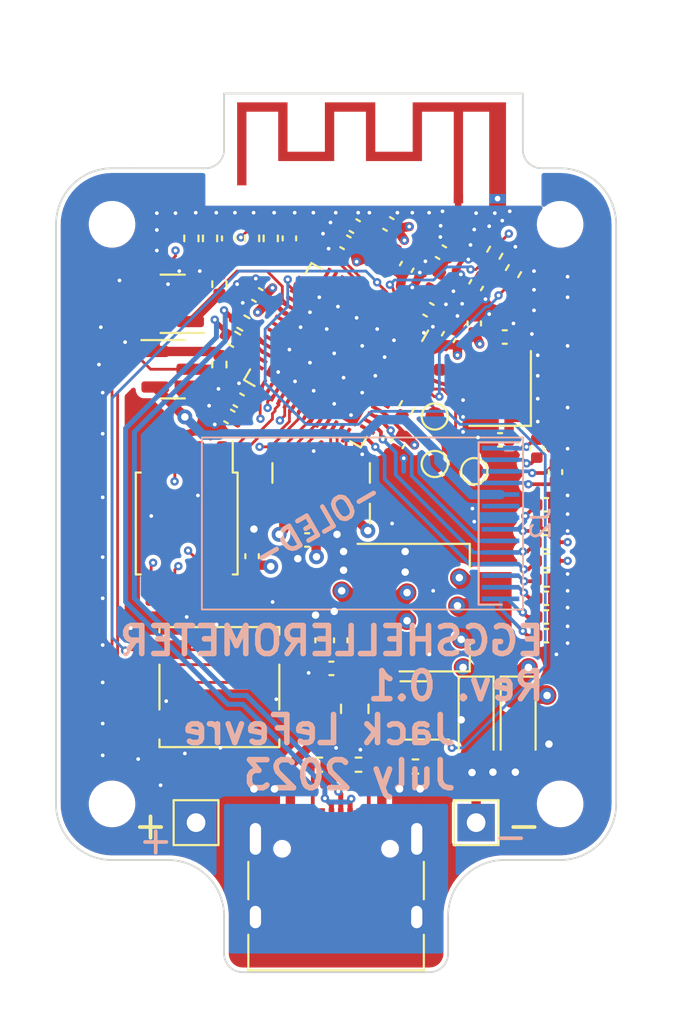
<source format=kicad_pcb>
(kicad_pcb (version 20221018) (generator pcbnew)
  (layers (0 "F.Cu" signal) (1 "In1.Cu" signal) (2 "In2.Cu" signal) (31 "B.Cu" signal) (34 "B.Paste" user) (35 "F.Paste" user) (36 "B.SilkS" user "B.Silkscreen") (37 "F.SilkS" user "F.Silkscreen") (38 "B.Mask" user) (39 "F.Mask" user) (44 "Edge.Cuts" user))
  (net 0 "")
  (net 1 "GND")
  (net 2 "VBAT")
  (net 3 "+3.3V")
  (net 4 "USB_VBUS")
  (net 5 "/OLED/C1P")
  (net 6 "/OLED/C1N")
  (net 7 "/OLED/VCOMH")
  (net 8 "/OLED/VCC")
  (net 9 "/OLED/C2P")
  (net 10 "/OLED/C2N")
  (net 11 "Net-(FB1-Pad1)")
  (net 12 "Net-(J1-CC1)")
  (net 13 "USB_D+")
  (net 14 "USB_D-")
  (net 16 "Net-(J1-CC2)")
  (net 18 "unconnected-(J1-SHIELD-PadS1)")
  (net 19 "OLED_ENABLE")
  (net 20 "Net-(Q3-D)")
  (net 21 "/OLED/OLED-VBAT")
  (net 22 "Net-(U4-PROG)")
  (net 23 "/OLED/IREF")
  (net 24 "I2C_SDA")
  (net 25 "I2C_SCL")
  (net 26 "VBAT_MEAS")
  (net 27 "VBUS_MEAS")
  (net 28 "/BOOT")
  (net 29 "ACCEL-nCS")
  (net 30 "ACCEL-INT1")
  (net 32 "ACCEL-SDO")
  (net 33 "ACCEL-SDI")
  (net 34 "ACCEL-SCK")
  (net 35 "ACCEL-INT2")
  (net 36 "OLED_RESET")
  (net 37 "/VDD_SPI")
  (net 38 "VDD3P3")
  (net 39 "Net-(U6-CHIP_PU{slash}RESET)")
  (net 40 "FLASH-nCS")
  (net 41 "Net-(C34-Pad2)")
  (net 42 "CHARGE_STAT")
  (net 43 "Net-(U6-XTAL_N)")
  (net 44 "Net-(U6-GPIO45)")
  (net 45 "FLASH-Q")
  (net 46 "FLASH-WP")
  (net 47 "FLASH-D")
  (net 48 "FLASH-CLK")
  (net 49 "FLASH-HD")
  (net 53 "Net-(U6-GPIO19{slash}USB_D-{slash}ADC2_CH8)")
  (net 54 "Net-(U6-GPIO20{slash}USB_D+{slash}ADC2_CH9)")
  (net 61 "Net-(U6-U0TXD{slash}PROG{slash}GPIO43)")
  (net 62 "Net-(U6-U0RXD{slash}PROG{slash}GPIO44)")
  (net 63 "Net-(U6-GPIO46)")
  (net 64 "Net-(U6-XTAL_P)")
  (net 65 "Net-(R20-Pad2)")
  (net 66 "/ANT_RF")
  (net 67 "/ESP_RF")
  (footprint "Crystal:Crystal_SMD_3225-4Pin_3.2x2.5mm" (layer "F.Cu") (at 167.782916 68.776962 90)
    (fp_text reference "Y1" hide)
    (fp_text value "40MHz 15pF")
  )
  (footprint "Resistor_SMD:R_0402_1005Metric" (layer "F.Cu") (at 153.541576 66.147987 150)
    (fp_text reference "R21" hide)
    (fp_text value "0R")
  )
  (footprint "Capacitor_SMD:C_0402_1005Metric" (layer "F.Cu") (at 162.782916 62.276962 60)
    (fp_text reference "C29" hide)
    (fp_text value "100n")
  )
  (footprint "Capacitor_SMD:C_0402_1005Metric" (layer "F.Cu") (at 170.75 73.25 -90)
    (fp_text reference "C14" hide)
    (fp_text value "1u")
  )
  (footprint "Capacitor_SMD:C_0402_1005Metric" (layer "F.Cu") (at 153.782916 69.410937 150)
    (fp_text reference "C24" hide)
    (fp_text value "100n")
  )
  (footprint "Resistor_SMD:R_0402_1005Metric" (layer "F.Cu") (at 152.75 63.2 90)
    (fp_text reference "R3" hide)
    (fp_text value "10k")
  )
  (footprint "Capacitor_Tantalum_SMD:CP_EIA-3216-10_Kemet-I" (layer "F.Cu") (at 168.75 86.5 -90)
    (fp_text reference "C8" hide)
    (fp_text value "10u tantalum")
  )
  (footprint "Capacitor_SMD:C_0402_1005Metric" (layer "F.Cu") (at 168.032916 66.026962 180)
    (fp_text reference "C34" hide)
    (fp_text value "22p")
  )
  (footprint "Capacitor_SMD:C_0402_1005Metric" (layer "F.Cu") (at 162.3 71.7 -120)
    (fp_text reference "C23" hide)
    (fp_text value "100n")
  )
  (footprint "Resistor_SMD:R_0402_1005Metric" (layer "F.Cu") (at 170.25 79)
    (fp_text reference "R9" hide)
    (fp_text value "560k")
  )
  (footprint "Capacitor_SMD:C_0402_1005Metric" (layer "F.Cu") (at 153.25 60.75 90)
    (fp_text reference "C38" hide)
    (fp_text value "100n")
  )
  (footprint "Capacitor_SMD:C_0402_1005Metric" (layer "F.Cu") (at 161.800865 59.977924 150)
    (fp_text reference "C27" hide)
    (fp_text value "1u")
  )
  (footprint "Resistor_SMD:R_0402_1005Metric" (layer "F.Cu") (at 168.5 62.5 60)
    (fp_text reference "R13" hide)
    (fp_text value "10k")
  )
  (footprint "Capacitor_SMD:C_0402_1005Metric" (layer "F.Cu") (at 164.617224 61.487924 150)
    (fp_text reference "C37" hide)
    (fp_text value "3p3")
  )
  (footprint "Inductor_SMD:L_0402_1005Metric" (layer "F.Cu") (at 164.282916 63.026962 -120)
    (fp_text reference "L4" hide)
    (fp_text value "1.8nH")
  )
  (footprint "Capacitor_SMD:C_0402_1005Metric" (layer "F.Cu") (at 158.25 82.25 90)
    (fp_text reference "C7" hide)
    (fp_text value "10u")
  )
  (footprint "Capacitor_SMD:C_0402_1005Metric" (layer "F.Cu") (at 169.75 72 -90)
    (fp_text reference "C17" hide)
    (fp_text value "1u")
  )
  (footprint "Inductor_SMD:L_0402_1005Metric" (layer "F.Cu") (at 161.233879 61.959975 -30)
    (fp_text reference "L1" hide)
    (fp_text value "3.9nH")
  )
  (footprint "TestPoint:TestPoint_Pad_D1.0mm" (layer "F.Cu") (at 164.282915 72.81734 -150)
    (fp_text reference "TP3" hide)
    (fp_text value "TXD")
  )
  (footprint "Resistor_SMD:R_0402_1005Metric" (layer "F.Cu") (at 160.2 88.9 180)
    (fp_text reference "R7" hide)
    (fp_text value "5k1")
  )
  (footprint "TestPoint:TestPoint_THTPad_2.0x2.0mm_Drill1.0mm" (layer "F.Cu") (at 166.5 92 -90)
    (fp_text reference "TP1" hide)
    (fp_text value "Batt+")
  )
  (footprint "Capacitor_SMD:C_0402_1005Metric" (layer "F.Cu") (at 166.500001 63.25 -120)
    (fp_text reference "C33" hide)
    (fp_text value "1u")
  )
  (footprint "Capacitor_Tantalum_SMD:CP_EIA-3216-10_Kemet-I" (layer "F.Cu") (at 166.5 86.5 -90)
    (fp_text reference "C20" hide)
    (fp_text value "10u tantalum")
  )
  (footprint "Resistor_SMD:R_0402_1005Metric" (layer "F.Cu") (at 162.782916 69.776962 -120)
    (fp_text reference "R20" hide)
    (fp_text value "470")
  )
  (footprint "Resistor_SMD:R_0402_1005Metric" (layer "F.Cu") (at 154.5 60.75 -90)
    (fp_text reference "R15" hide)
    (fp_text value "120k")
  )
  (footprint "Capacitor_SMD:C_0402_1005Metric" (layer "F.Cu") (at 170.25 80)
    (fp_text reference "C15" hide)
    (fp_text value "2u2")
  )
  (footprint "Capacitor_SMD:C_0402_1005Metric" (layer "F.Cu") (at 157.45 76.882107 180)
    (fp_text reference "C10" hide)
    (fp_text value "100n")
  )
  (footprint "Resistor_SMD:R_0402_1005Metric" (layer "F.Cu") (at 152.25 60.75 90)
    (fp_text reference "R18" hide)
    (fp_text value "120k")
  )
  (footprint "Capacitor_SMD:C_0402_1005Metric" (layer "F.Cu") (at 170.25 82)
    (fp_text reference "C16" hide)
    (fp_text value "4u7")
  )
  (footprint "Connector_USB:USB_C_Receptacle_HRO_TYPE-C-31-M-12" (layer "F.Cu") (at 159 96)
    (fp_text reference "J1" hide)
    (fp_text value "USB_C_Receptacle_USB2.0")
  )
  (footprint "TestPoint:TestPoint_THTPad_2.0x2.0mm_Drill1.0mm" (layer "F.Cu") (at 151.5 92 -90)
    (fp_text reference "TP2" hide)
    (fp_text value "Batt-")
  )
  (footprint "Capacitor_SMD:C_0402_1005Metric" (layer "F.Cu") (at 158.75 83.75 180)
    (fp_text reference "C11" hide)
    (fp_text value "4u7")
  )
  (footprint "Package_SO:SOIC-8_5.23x5.23mm_P1.27mm" (layer "F.Cu") (at 151 76 -90)
    (fp_text reference "U5" hide)
    (fp_text value "W25Q128JVS")
  )
  (footprint "Capacitor_SMD:C_0402_1005Metric" (layer "F.Cu") (at 156.5 60.75 90)
    (fp_text reference "C39" hide)
    (fp_text value "100n")
  )
  (footprint "MountingHole:MountingHole_2.2mm_M2" (layer "F.Cu") (at 147 91)
    (fp_text reference "H4" hide)
    (fp_text value "MountingHole")
  )
  (footprint "Resistor_SMD:R_0805_2012Metric" (layer "F.Cu") (at 160 85.9125 90)
    (fp_text reference "FB1" hide)
    (fp_text value "100R@100MHz")
  )
  (footprint "MountingHole:MountingHole_2.2mm_M2" (layer "F.Cu") (at 171 91)
    (fp_text reference "H2" hide)
    (fp_text value "MountingHole")
  )
  (footprint "Button_Switch_SMD:SW_Push_1P1T_NO_CK_KSC7xxJ" (layer "F.Cu") (at 152.75 84.75 180)
    (fp_text reference "SW1" hide)
    (fp_text value "SW_Push")
  )
  (footprint "Capacitor_SMD:C_0402_1005Metric" (layer "F.Cu") (at 166.4 65.3 90)
    (fp_text reference "C30" hide)
    (fp_text value "10u")
  )
  (footprint "Package_DFN_QFN:QFN-56-1EP_7x7mm_P0.4mm_EP5.6x5.6mm" (layer "F.Cu") (at 159 67 -120)
    (fp_text reference "U6" hide)
    (fp_text value "ESP32-S3")
  )
  (footprint "Resistor_SMD:R_0402_1005Metric" (layer "F.Cu") (at 155.5 60.75 90)
    (fp_text reference "R16" hide)
    (fp_text value "120k")
  )
  (footprint "Package_TO_SOT_SMD:SOT-23" (layer "F.Cu") (at 150.25 67.75)
    (fp_text reference "Q4" hide)
    (fp_text value "Si2301CDS")
  )
  (footprint "Package_TO_SOT_SMD:SOT-223-3_TabPin2" (layer "F.Cu") (at 164.25 80.5)
    (fp_text reference "U3" hide)
    (fp_text value "AMS1117-3.3")
  )
  (footprint "Capacitor_SMD:C_0402_1005Metric" (layer "F.Cu") (at 154.782916 63.776962 150)
    (fp_text reference "C32" hide)
    (fp_text value "100n")
  )
  (footprint "Resistor_SMD:R_0402_1005Metric" (layer "F.Cu") (at 154.032916 65.276962 150)
    (fp_text reference "R22" hide)
    (fp_text value "0R")
  )
  (footprint "Capacitor_SMD:C_0402_1005Metric" (layer "F.Cu") (at 165.032917 66.026962 60)
    (fp_text reference "C31" hide)
    (fp_text value "1u")
  )
  (footprint "TestPoint:TestPoint_Pad_D1.0mm" (layer "F.Cu") (at 164.282916 70.276961 -90)
    (fp_text reference "TP4" hide)
    (fp_text value "RXD")
  )
  (footprint "Resistor_SMD:R_0402_1005Metric" (layer "F.Cu") (at 170.26 78 180)
    (fp_text reference "R10" hide)
    (fp_text value "10k")
  )
  (footprint "Package_TO_SOT_SMD:SOT-23" (layer "F.Cu") (at 150.25 64.25 180)
    (fp_text reference "Q3" hide)
    (fp_text value "2N7002")
  )
  (footprint "Resistor_SMD:R_0402_1005Metric" (layer "F.Cu") (at 167.499999 61.517949 -120)
    (fp_text reference "R14" hide)
    (fp_text value "10k")
  )
  (footprint "Capacitor_SMD:C_0402_1005Metric" (layer "F.Cu") (at 159.25 82.25 90)
    (fp_text reference "C9" hide)
    (fp_text value "100n")
  )
  (footprint "Capacitor_SMD:C_0402_1005Metric" (layer "F.Cu") (at 170.25 75)
    (fp_text reference "C12" hide)
    (fp_text value "4u7")
  )
  (footprint "TestPoint:TestPoint_Pad_D1.0mm" (layer "F.Cu") (at 166.4 73.2 -90)
    (fp_text reference "TP5" hide)
    (fp_text value "BOOT1")
  )
  (footprint "Capacitor_SMD:C_0402_1005Metric" (layer "F.Cu") (at 154.5 77.75 90)
    (fp_text reference "C22" hide)
    (fp_text value "100n")
  )
  (footprint "Capacitor_SMD:C_0402_1005Metric" (layer "F.Cu") (at 160.001827 60.093949 150)
    (fp_text reference "C28" hide)
    (fp_text value "10u")
  )
  (footprint "Capacitor_SMD:C_0402_1005Metric" (layer "F.Cu") (at 163.948608 64.566 -30)
    (fp_text reference "C36" hide)
    (fp_text value "4p7")
  )
  (footprint "Package_TO_SOT_SMD:SOT-23-5" (layer "F.Cu") (at 163.25 86 180)
    (fp_text reference "U4" hide)
    (fp_text value "MCP73831-2-OT")
  )
  (footprint "RF_Antenna:Texas_SWRA117D_2.4GHz_Left" (layer "F.Cu") (at 165.55 58.625)
    (fp_text reference "AE2" hide)
    (fp_text value "PCB Antenna")
  )
  (footprint "Inductor_SMD:L_0402_1005Metric" (layer "F.Cu") (at 161.733878 61.093949 -30)
    (fp_text reference "L2" hide)
    (fp_text value "3.9nH")
  )
  (footprint "Capacitor_SMD:C_0402_1005Metric" (layer "F.Cu") (at 167.782916 71.526962 180)
    (fp_text reference "C35" hide)
    (fp_text value "22p")
  )
  (footprint "Package_LGA:LGA-14_3x5mm_P0.8mm_LayoutBorder1x6y" (layer "F.Cu") (at 158.2 74.382107 90)
    (fp_text reference "U1" hide)
    (fp_text value "ADXL375" hide)
  )
  (footprint "Capacitor_SMD:C_0402_1005Metric" (layer "F.Cu") (at 170.25 81)
    (fp_text reference "C18" hide)
    (fp_text value "100n")
  )
  (footprint "Capacitor_SMD:C_0402_1005Metric" (layer "F.Cu") (at 153.282916 70.276962 150)
    (fp_text reference "C25" hide)
    (fp_text value "1u")
  )
  (footprint "Resistor_SMD:R_0402_1005Metric" (layer "F.Cu") (at 170.25 77 180)
    (fp_text reference "R11" hide)
    (fp_text value "10k")
  )
  (footprint "MountingHole:MountingHole_2.2mm_M2" (layer "F.Cu") (at 147 60)
    (fp_text reference "H3" hide)
    (fp_text value "MountingHole" hide)
  )
  (footprint "Capacitor_SMD:C_0402_1005Metric" (layer "F.Cu") (at 159.501827 60.959974 150)
    (fp_text reference "C26" hide)
    (fp_text value "100n")
  )
  (footprint "Resistor_SMD:R_0402_1005Metric" (layer "F.Cu") (at 151.25 60.75 -90)
    (fp_text reference "R17" hide)
    (fp_text value "120k")
  )
  (footprint "Resistor_SMD:R_0402_1005Metric" (layer "F.Cu") (at 163.25 89 180)
    (fp_text reference "R5" hide)
    (fp_text value "10k")
  )
  (footprint "MountingHole:MountingHole_2.2mm_M2" (layer "F.Cu") (at 171 60)
    (fp_text reference "H1" hide)
    (fp_text value "MountingHole")
  )
  (footprint "Capacitor_SMD:C_0402_1005Metric" (layer "F.Cu") (at 170.25 76)
    (fp_text reference "C13" hide)
    (fp_text value "100n")
  )
  (footprint "Resistor_SMD:R_0402_1005Metric" (layer "F.Cu") (at 152.75 67.5 90)
    (fp_text reference "R8" hide)
    (fp_text value "10k")
  )
  (footprint "Resistor_SMD:R_0402_1005Metric" (layer "F.Cu") (at 158.1 88.9)
    (fp_text reference "R6" hide)
    (fp_text value "5k1")
  )
  (footprint "Inductor_SMD:L_0402_1005Metric" (layer "F.Cu") (at 165.032917 67.776962 180)
    (fp_text reference "L3" hide)
    (fp_text value "15nH")
  )
  (footprint "OLED_FFC:FPC_14" (layer "B.Cu") (at 167.8125 76 -90)
    (fp_text reference "J2")
    (fp_text value "OLED")
  )
  (gr_arc (start 165 97) (mid 165.87868 94.87868) (end 168 94) (stroke (width 0.1)) (layer "Edge.Cuts"))
  (gr_arc (start 174 91) (mid 173.12132 93.12132) (end 171 94) (stroke (width 0.1)) (layer "Edge.Cuts"))
  (gr_arc (start 165 99) (mid 164.707107 99.707107) (end 164 100) (stroke (width 0.1)) (layer "Edge.Cuts"))
  (gr_line (start 169 53) (end 153 53) (stroke (width 0.1)) (layer "Edge.Cuts"))
  (gr_line (start 171 94) (end 168 94) (stroke (width 0.1)) (layer "Edge.Cuts"))
  (gr_arc (start 171 57) (mid 173.12132 57.87868) (end 174 60) (stroke (width 0.1)) (layer "Edge.Cuts"))
  (gr_line (start 174 91) (end 174 60) (stroke (width 0.1)) (layer "Edge.Cuts"))
  (gr_arc (start 147 94) (mid 144.87868 93.12132) (end 144 91) (stroke (width 0.1)) (layer "Edge.Cuts"))
  (gr_line (start 148 57) (end 147 57) (stroke (width 0.1)) (layer "Edge.Cuts"))
  (gr_line (start 153 99) (end 153 97) (stroke (width 0.1)) (layer "Edge.Cuts"))
  (gr_line (start 152 57) (end 148 57) (stroke (width 0.1)) (layer "Edge.Cuts"))
  (gr_arc (start 170 57) (mid 169.292893 56.707107) (end 169 56) (stroke (width 0.1)) (layer "Edge.Cuts"))
  (gr_arc (start 144 60) (mid 144.87868 57.87868) (end 147 57) (stroke (width 0.1)) (layer "Edge.Cuts"))
  (gr_line (start 169 56) (end 169 53) (stroke (width 0.1)) (layer "Edge.Cuts"))
  (gr_line (start 153 53) (end 153 56) (stroke (width 0.1)) (layer "Edge.Cuts"))
  (gr_line (start 165 99) (end 165 97) (stroke (width 0.1)) (layer "Edge.Cuts"))
  (gr_arc (start 153 56) (mid 152.707107 56.707107) (end 152 57) (stroke (width 0.1)) (layer "Edge.Cuts"))
  (gr_line (start 171 57) (end 170 57) (stroke (width 0.1)) (layer "Edge.Cuts"))
  (gr_line (start 164 100) (end 154 100) (stroke (width 0.1)) (layer "Edge.Cuts"))
  (gr_arc (start 154 100) (mid 153.292893 99.707107) (end 153 99) (stroke (width 0.1)) (layer "Edge.Cuts"))
  (gr_line (start 150 94) (end 147 94) (stroke (width 0.1)) (layer "Edge.Cuts"))
  (gr_line (start 144 60) (end 144 91) (stroke (width 0.1)) (layer "Edge.Cuts"))
  (gr_arc (start 150 94) (mid 152.12132 94.87868) (end 153 97) (stroke (width 0.1)) (layer "Edge.Cuts"))
  (gr_text "-OLED-" (at 161.71 74.68 30) (layer "B.SilkS") (effects (font (size 1.2 1.2) (thickness 0.25) bold) (justify left bottom mirror)))
  (gr_text "Jack LeFevre\nJuly 2023" (at 165.56 90.33) (layer "B.SilkS") (effects (font (size 1.5 1.5) (thickness 0.3) bold) (justify left bottom mirror)))
  (gr_text "EGGSHELLEROMETER\nRev. 0.1" (at 170.29 85.57) (layer "B.SilkS") (effects (font (size 1.5 1.5) (thickness 0.3) bold) (justify left bottom mirror)))
  (gr_text "+" (at 150.4 93.8) (layer "B.SilkS") (effects (font (size 1.5 1.5) (thickness 0.2)) (justify left bottom mirror)))
  (gr_text "-" (at 169.4 93.6) (layer "B.SilkS") (effects (font (size 1.5 1.5) (thickness 0.2)) (justify left bottom mirror)))
  (gr_text "+" (at 148 93) (layer "F.SilkS") (effects (font (size 1.5 1.5) (thickness 0.2)) (justify left bottom)))
  (gr_text "-" (at 168 93) (layer "F.SilkS") (effects (font (size 1.5 1.5) (thickness 0.2)) (justify left bottom)))
  (segment (start 166.5 88.4) (end 167.4 89.3) (width 0.5) (layer "F.Cu") (net 1))
  (segment (start 158.6 76.132107) (end 159.05 76.582107) (width 0.5) (layer "F.Cu") (net 1))
  (segment (start 160.71 88.51) (end 160.3 88.1) (width 0.2) (layer "F.Cu") (net 1))
  (segment (start 166.5 87.85) (end 166.5 88.4) (width 0.5) (layer "F.Cu") (net 1))
  (segment (start 157 75) (end 157 75.382108) (width 0.5) (layer "F.Cu") (net 1))
  (segment (start 157.8 74.2) (end 157 75) (width 0.5) (layer "F.Cu") (net 1))
  (segment (start 164.3875 86) (end 165.2 86) (width 0.5) (layer "F.Cu") (net 1))
  (segment (start 160.71 88.9) (end 160.71 88.51) (width 0.2) (layer "F.Cu") (net 1))
  (segment (start 159.25 81.77) (end 159.25 81.05) (width 0.5) (layer "F.Cu") (net 1))
  (segment (start 149.85 85.55) (end 149.9 85.5) (width 0.15) (layer "F.Cu") (net 1))
  (segment (start 156.97 76.882107) (end 156.969999 77.862107) (width 0.5) (layer "F.Cu") (net 1))
  (segment (start 149.85 86.75) (end 149.85 85.55) (width 0.15) (layer "F.Cu") (net 1))
  (segment (start 158.61 88.9) (end 158.61 88.39) (width 0.2) (layer "F.Cu") (net 1))
  (segment (start 158.61 88.39) (end 159 88) (width 0.2) (layer "F.Cu") (net 1))
  (segment (start 159.4 75.382108) (end 159.4 76.232107) (width 0.5) (layer "F.Cu") (net 1))
  (segment (start 158.6 75) (end 157.8 74.2) (width 0.5) (layer "F.Cu") (net 1))
  (segment (start 155.65 85.55) (end 155.8 85.4) (width 0.15) (layer "F.Cu") (net 1))
  (segment (start 159.25 81.05) (end 158.9 80.7) (width 0.5) (layer "F.Cu") (net 1))
  (segment (start 168.75 89.15) (end 168.6 89.3) (width 0.5) (layer "F.Cu") (net 1))
  (segment (start 157 75.382108) (end 157 76.852107) (width 0.5) (layer "F.Cu") (net 1))
  (segment (start 166.5 87.85) (end 166.5 89.1) (width 0.5) (layer "F.Cu") (net 1))
  (segment (start 155.65 86.75) (end 155.65 85.55) (width 0.15) (layer "F.Cu") (net 1))
  (segment (start 170.35 87.85) (end 170.4 87.8) (width 0.5) (layer "F.Cu") (net 1))
  (segment (start 168.75 87.85) (end 170.35 87.85) (width 0.5) (layer "F.Cu") (net 1))
  (segment (start 157 76.852107) (end 156.97 76.882107) (width 0.5) (layer "F.Cu") (net 1))
  (segment (start 157.8 73.382107) (end 157.8 72.126497) (width 0.2) (layer "F.Cu") (net 1))
  (segment (start 158.6 75.382108) (end 158.6 75) (width 0.5) (layer "F.Cu") (net 1))
  (segment (start 158.27 83.75) (end 158.03 83.99) (width 0.5) (layer "F.Cu") (net 1))
  (segment (start 158.25 81.25) (end 157.9 80.9) (width 0.5) (layer "F.Cu") (net 1))
  (segment (start 158.03 83.99) (end 157.53 83.99) (width 0.5) (layer "F.Cu") (net 1))
  (segment (start 168.75 87.85) (end 168.75 89.15) (width 0.5) (layer "F.Cu") (net 1))
  (segment (start 158.25 81.77) (end 158.25 81.25) (width 0.5) (layer "F.Cu") (net 1))
  (segment (start 159.4 76.232107) (end 159.05 76.582107) (width 0.5) (layer "F.Cu") (net 1))
  (segment (start 154.5 76.4) (end 154.6 76.3) (width 0.5) (layer "F.Cu") (net 1))
  (segment (start 165.2 86) (end 165.7 86.5) (width 0.5) (layer "F.Cu") (net 1))
  (segment (start 158.6 75.382108) (end 158.6 76.132107) (width 0.5) (layer "F.Cu") (net 1))
  (segment (start 166.5 89.1) (end 166.279977 89.320023) (width 0.5) (layer "F.Cu") (net 1))
  (segment (start 154.5 77.27) (end 154.5 76.4) (width 0.5) (layer "F.Cu") (net 1))
  (segment (start 157.8 74.2) (end 157.8 73.382107) (width 0.5) (layer "F.Cu") (net 1))
  (via (at 158.9 66.899999) (size 0.45) (drill 0.2) (layers "F.Cu" "B.Cu") (net 1))
  (via (at 161.2 65.6) (size 0.45) (drill 0.2) (layers "F.Cu" "B.Cu") (net 1))
  (via (at 162.623514 72.511757) (size 0.45) (drill 0.2) (layers "F.Cu" "B.Cu") (net 1))
  (via (at 165.7 86.5) (size 0.8) (drill 0.4) (layers "F.Cu" "B.Cu") (net 1))
  (via (at 157.8 72.126497) (size 0.45) (drill 0.2) (layers "F.Cu" "B.Cu") (net 1))
  (via (at 162 76) (size 0.45) (drill 0.2) (layers "F.Cu" "B.Cu") (net 1))
  (via (at 166.279977 89.320023) (size 0.8) (drill 0.4) (layers "F.Cu" "B.Cu") (net 1))
  (via (at 171.4 74.5) (size 0.45) (drill 0.2) (layers "F.Cu" "B.Cu") (net 1))
  (via (at 156.782916 59.376962) (size 0.45) (drill 0.2) (layers "F.Cu" "B.Cu") (net 1))
  (via (at 152.5 70.7) (size 0.45) (drill 0.2) (layers "F.Cu" "B.Cu") (net 1))
  (via (at 153.582917 59.376962) (size 0.45) (drill 0.2) (layers "F.Cu" "B.Cu") (net 1))
  (via (at 171.4 72) (size 0.45) (drill 0.2) (layers "F.Cu" "B.Cu") (net 1))
  (via (at 164.182916 65.476962) (size 0.45) (drill 0.2) (layers "F.Cu" "B.Cu") (net 1))
  (via (at 163.782916 61.976961) (size 0.45) (drill 0.2) (layers "F.Cu" "B.Cu") (net 1))
  (via (at 169.6 62.5) (size 0.45) (drill 0.2) (layers "F.Cu" "B.Cu") (net 1))
  (via (at 154.582916 59.376962) (size 0.45) (drill 0.2) (layers "F.Cu" "B.Cu") (net 1))
  (via (at 163.482916 62.576962) (size 0.45) (drill 0.2) (layers "F.Cu" "B.Cu") (net 1))
  (via (at 166.4 75.9) (size 0.45) (drill 0.2) (layers "F.Cu" "B.Cu") (net 1))
  (via (at 153.7 63.199999) (size 0.45) (drill 0.2) (layers "F.Cu" "B.Cu") (net 1))
  (via (at 150.4 59.4) (size 0.45) (drill 0.2) (layers "F.Cu" "B.Cu") (net 1))
  (via (at 160.782917 59.376962) (size 0.45) (drill 0.2) (layers "F.Cu" "B.Cu") (net 1))
  (via (at 160.182916 59.376961) (size 0.45) (drill 0.2) (layers "F.Cu" "B.Cu") (net 1))
  (via (at 146.5 74.6) (size 0.45) (drill 0.2) (layers "F.Cu" "B.Cu") (net 1))
  (via (at 149.4 61.4) (size 0.45) (drill 0.2) (layers "F.Cu" "B.Cu") (net 1))
  (via (at 160.4 72.3) (size 0.45) (drill 0.2) (layers "F.Cu" "B.Cu") (net 1))
  (via (at 157.53 83.99) (size 0.45) (drill 0.2) (layers "F.Cu" "B.Cu") (net 1))
  (via (at 158.699999 59.9) (size 0.45) (drill 0.2) (layers "F.Cu" "B.Cu") (net 1))
  (via (at 159 88) (size 0.45) (drill 0.2) (layers "F.Cu" "B.Cu") (net 1))
  (via (at 157.782916 59.376961) (size 0.45) (drill 0.2) (layers "F.Cu" "B.Cu") (net 1))
  (via (at 155.6 80.2) (size 0.45) (drill 0.2) (layers "F.Cu" "B.Cu") (net 1))
  (via (at 151 81) (size 0.45) (drill 0.2) (layers "F.Cu" "B.Cu") (net 1))
  (via (at 168.5 65.3) (size 0.45) (drill 0.2) (layers "F.Cu" "B.Cu") (net 1))
  (via (at 169.486522 65.864782) (size 0.45) (drill 0.2) (layers "F.Cu" "B.Cu") (net 1))
  (via (at 151.6 74.5) (size 0.45) (drill 0.2) (layers "F.Cu" "B.Cu") (net 1))
  (via (at 167.4 89.3) (size 0.8) (drill 0.4) (layers "F.Cu" "B.Cu") (net 1))
  (via (at 161.6 67.1) (size 0.45) (drill 0.2) (layers "F.Cu" "B.Cu") (net 1))
  (via (at 164.6 60.076962) (size 0.45) (drill 0.2) (layers "F.Cu" "B.Cu") (net 1))
  (via (at 156.8 68.4) (size 0.45) (drill 0.2) (layers "F.Cu" "B.Cu") (net 1))
  (via (at 165.75 64.25) (size 0.45) (drill 0.2) (layers "F.Cu" "B.Cu") (net 1))
  (via (at 171.4 82.4) (size 0.45) (drill 0.2) (layers "F.Cu" "B.Cu") (net 1))
  (via (at 147.7 66.3) (size 0.45) (drill 0.2) (layers "F.Cu" "B.Cu") (net 1))
  (via (at 160.400001 66.5) (size 0.45) (drill 0.2) (layers "F.Cu" "B.Cu") (net 1))
  (via (at 167.2 60.1) (size 0.45) (drill 0.2) (layers "F.Cu" "B.Cu") (net 1))
  (via (at 146.5 88.4) (size 0.45) (drill 0.2) (layers "F.Cu" "B.Cu") (net 1))
  (via (at 167.5 59.4) (size 0.45) (drill 0.2) (layers "F.Cu" "B.Cu") (net 1))
  (via (at 151.482916 59.376961) (size 0.45) (drill 0.2) (layers "F.Cu" "B.Cu") (net 1))
  (via (at 165.682916 62.676962) (size 0.45) (drill 0.2) (layers "F.Cu" "B.Cu") (net 1))
  (via (at 146.5 82.5) (size 0.45) (drill 0.2) (layers "F.Cu" "B.Cu") (net 1))
  (via (at 168.6 61.2) (size 0.45) (drill 0.2) (layers "F.Cu" "B.Cu") (net 1))
  (via (at 162.282917 59.376962) (size 0.45) (drill 0.2) (layers "F.Cu" "B.Cu") (net 1))
  (via (at 146.5 84.5) (size 0.45) (drill 0.2) (layers "F.Cu" "B.Cu") (net 1))
  (via (at 153.8 68.5) (size 0.45) (drill 0.2) (layers "F.Cu" "B.Cu") (net 1))
  (via (at 152.582916 59.376962) (size 0.45) (drill 0.2) (layers "F.Cu" "B.Cu") (net 1))
  (via (at 168.6 89.3) (size 0.8) (drill 0.4) (layers "F.Cu" "B.Cu") (net 1))
  (via (at 159.05 76.582107) (size 0.8) (drill 0.4) (layers "F.Cu" "B.Cu") (net 1))
  (via (at 171.4 78.7) (size 0.45) (drill 0.2) (layers "F.Cu" "B.Cu") (net 1))
  (via (at 171.4 76.4) (size 0.45) (drill 0.2) (layers "F.Cu" "B.Cu") (net 1))
  (via (at 164.882916 64.276962) (size 0.45) (drill 0.2) (layers "F.Cu" "B.Cu") (net 1))
  (via (at 148.4 88.6) (size 0.45) (drill 0.2) (layers "F.Cu" "B.Cu") (net 1))
  (via (at 154.7 62.9) (size 0.45) (drill 0.2) (layers "F.Cu" "B.Cu") (net 1))
  (via (at 159.8 70.2) (size 0.45) (drill 0.2) (layers "F.Cu" "B.Cu") (net 1))
  (via (at 162.7 78.6) (size 0.8) (drill 0.4) (layers "F.Cu" "B.Cu") (net 1))
  (via (at 163.982916 59.376962) (size 0.45) (drill 0.2) (layers "F.Cu" "B.Cu") (net 1))
  (via (at 160.3 88.1) (size 0.45) (drill 0.2) (layers "F.Cu" "B.Cu") (net 1))
  (via (at 158.1 63.9) (size 0.45) (drill 0.2) (layers "F.Cu" "B.Cu") (net 1))
  (via (at 158.5 65.599999) (size 0.45) (drill 0.2) (layers "F.Cu" "B.Cu") (net 1))
  (via (at 170.4 87.8) (size 0.8) (drill 0.4) (layers "F.Cu" "B.Cu") (net 1))
  (via (at 169.8 70.55) (size 0.45) (drill 0.2) (layers "F.Cu" "B.Cu") (net 1))
  (via (at 163.699999 65.8) (size 0.45) (drill 0.2) (layers "F.Cu" "B.Cu") (net 1))
  (via (at 158.3 60.5) (size 0.45) (drill 0.2) (layers "F.Cu" "B.Cu") (net 1))
  (via (at 166.6 71.4) (size 0.45) (drill 0.2) (layers "F.Cu" "B.Cu") (net 1))
  (via (at 170.8 83) (size 0.45) (drill 0.2) (layers "F.Cu" "B.Cu") (net 1))
  (via (at 161.1 68.1) (size 0.45) (drill 0.2) (layers "F.Cu" "B.Cu") (net 1))
  (via (at 150 63.2) (size 0.45) (drill 0.2) (layers "F.Cu" "B.Cu") (net 1))
  (via (at 156.5 66.699999) (size 0.45) (drill 0.2) (layers "F.Cu" "B.Cu") (net 1))
  (via (at 158.982916 59.376962) (size 0.45) (drill 0.2) (layers "F.Cu" "B.Cu") (net 1))
  (via (at 155.682916 59.376962) (size 0.45) (drill 0.2) (layers "F.Cu" "B.Cu") (net 1))
  (via (at 171.4 75.5) (size 0.45) (drill 0.2) (layers "F.Cu" "B.Cu") (net 1))
  (via (at 167.9 59.8) (size 0.45) (drill 0.2) (layers "F.Cu" "B.Cu") (net 1))
  (via (at 154.6 76.3) (size 0.8) (drill 0.4) (layers "F.Cu" "B.Cu") (net 1))
  (via (at 146.5 71.2) (size 0.45) (drill 0.2) (layers "F.Cu" "B.Cu") (net 1))
  (via (at 155.7 90.2) (size 0.8) (drill 0.4) (layers "F.Cu" "B.Cu") (net 1))
  (via (at 169.6 63.5) (size 0.45) (drill 0.2) (layers "F.Cu" "B.Cu") (net 1))
  (via (at 158.9 69.6) (size 0.45) (drill 0.2) (layers "F.Cu" "B.Cu") (net 1))
  (via (at 162.1 66.2) (size 0.45) (drill 0.2) (layers "F.Cu" "B.Cu") (net 1))
  (via (at 171.4 79.6) (size 0.45) (drill 0.2) (layers "F.Cu" "B.Cu") (net 1))
  (via (at 171.4 62.8) (size 0.45) (drill 0.2) (layers "F.Cu" "B.Cu") (net 1))
  (via (at 152.6 81.4) (size 0.45) (drill 0.2) (layers "F.Cu" "B.Cu") (net 1))
  (via (at 146.5 77.8) (size 0.45) (drill 0.2) (layers "F.Cu" "B.Cu") (net 1))
  (via (at 162.4 90.2) (size 0.8) (drill 0.4) (layers "F.Cu" "B.Cu") (net 1))
  (via (at 157.599999 64.7) (size 0.45) (drill 0.2) (layers "F.Cu" "B.Cu") (net 1))
  (via (at 165.8 70.3) (size 0.45) (drill 0.2) (layers "F.Cu" "B.Cu") (net 1))
  (via (at 157.800001 68.9) (size 0.45) (drill 0.2) (layers "F.Cu" "B.Cu") (net 1))
  (via (at 156.95 77.882107) (size 0.8) (drill 0.4) (layers "F.Cu" "B.Cu") (net 1))
  (via (at 164.582916 60.676962) (size 0.45) (drill 0.2) (layers "F.Cu" "B.Cu") (net 1))
  (via (at 166.4 60.276962) (size 0.45) (drill 0.2) (layers "F.Cu" "B.Cu") (net 1))
  (via (at 163.082916 63.376962) (size 0.45) (drill 0.2) (layers "F.Cu" "B.Cu") (net 1))
  (via (at 162.7 77.5) (size 0.8) (drill 0.4) (layers "F.Cu" "B.Cu") (net 1))
  (via (at 154.6 90.2) (size 0.8) (drill 0.4) (layers "F.Cu" "B.Cu") (net 1))
  (via (at 149.4 59.4) (size 0.45) (drill 0.2) (layers "F.Cu" "B.Cu") (net 1))
  (via (at 164.7 59.3) (size 0.45) (drill 0.2) (layers "F.Cu" "B.Cu") (net 1))
  (via (at 150.9 88.3) (size 0.45) (drill 0.2) (layers "F.Cu" "B.Cu") (net 1))
  (via (at 159.1 64.4) (size 0.45) (drill 0.2) (layers "F.Cu" "B.Cu") (net 1))
  (via (at 154 64.2) (size 0.45) (drill 0.2) (layers "F.Cu" "B.Cu") (net 1))
  (via (at 152.8 88) (size 0.45) (drill 0.2) (layers "F.Cu" "B.Cu") (net 1))
  (via (at 149.9 85.5) (size 0.45) (drill 0.2) (layers "F.Cu" "B.Cu") (net 1))
  (via (at 163.5 90.2) (size 0.8) (drill 0.4) (layers "F.Cu" "B.Cu") (net 1))
  (via (at 169.8 67) (size 0.45) (drill 0.2) (layers "F.Cu" "B.Cu") (net 1))
  (via (at 169.6 64.6) (size 0.45) (drill 0.2) (layers "F.Cu" "B.Cu") (net 1))
  (via (at 171.4 81.5) (size 0.45) (drill 0.2) (layers "F.Cu" "B.Cu") (net 1))
  (via (at 157.6 67.4) (size 0.45) (drill 0.2) (layers "F.Cu" "B.Cu") (net 1))
  (via (at 160.4 69) (size 0.45) (drill 0.2) (layers "F.Cu" "B.Cu") (net 1))
  (via (at 160.1 65) (size 0.45) (drill 0.2) (layers "F.Cu" "B.Cu") (net 1))
  (via (at 167.2 64.8) (size 0.45) (drill 0.2) (layers "F.Cu" "B.Cu") (net 1))
  (via (at 148 81.6) (size 0.45) (drill 0.2) (layers "F.Cu" "B.Cu") (net 1))
  (via (at 150.6 62.5) (size 0.45) (drill 0.2) (layers "F.Cu" "B.Cu") (net 1))
  (via (at 166.5 59.4) (size 0.45) (drill 0.2) (layers "F.Cu" "B.Cu") (net 1))
  (via (at 165.282916 63.576962) (size 0.45) (drill 0.2) (layers "F.Cu" "B.Cu") (net 1))
  (via (at 157.9 80.9) (size 0.8) (drill 0.4) (layers "F.Cu" "B.Cu") (net 1))
  (via (at 171.4 63.9) (size 0.45) (drill 0.2) (layers "F.Cu" "B.Cu") (net 1))
  (via (at 171.4 69.8) (size 0.45) (drill 0.2) (layers "F.Cu" "B.Cu") (net 1))
  (via (at 159.4 78.5) (size 0.8) (drill 0.4) (layers "F.Cu" "B.Cu") (net 1))
  (via (at 149.4 60.3) (size 0.45) (drill 0.2) (layers "F.Cu" "B.Cu") (net 1))
  (via (at 166.2 61.1) (size 0.45) (drill 0.2) (layers "F.Cu" "B.Cu") (net 1))
  (via (at 157.1 65.5) (size 0.45) (drill 0.2) (layers "F.Cu" "B.Cu") (net 1))
  (via (at 146.5 69) (size 0.45) (drill 0.2) (layers "F.Cu" "B.Cu") (net 1))
  (via (at 159.4 77.5) (size 0.8) (drill 0.4) (layers "F.Cu" "B.Cu") (net 1))
  (via (at 164 83) (size 0.45) (drill 0.2) (layers "F.Cu" "B.Cu") (net 1))
  (via (at 146.5 80) (size 0.45) (drill 0.2) (layers "F.Cu" "B.Cu") (net 1))
  (via (at 149.6 90) (size 0.45) (drill 0.2) (layers "F.Cu" "B.Cu") (net 1))
  (via (at 166.082916 61.876962) (size 0.45) (drill 0.2) (layers "F.Cu" "B.Cu") (net 1))
  (via (at 159.4 68.199999) (size 0.45) (drill 0.2) (layers "F.Cu" "B.Cu") (net 1))
  (via (at 165.8 71.1) (size 0.45) (drill 0.2) (layers "F.Cu" "B.Cu") (net 1))
  (via (at 164.2 79.6) (size 0.45) (drill 0.2) (layers "F.Cu" "B.Cu") (net 1))
  (via (at 169.8 69.326497) (size 0.45) (drill 0.2) (layers "F.Cu" "B.Cu") (net 1))
  (via (at 147.4 63) (size 0.45) (drill 0.2) (layers "F.Cu" "B.Cu") (net 1))
  (via (at 158.6 61.3) (size 0.45) (drill 0.2) (layers "F.Cu" "B.Cu") (net 1))
  (via (at 155.9 67.9) (size 0.45) (drill 0.2) (layers "F.Cu" "B.Cu") (net 1))
  (via (at 151.7 62.5) (size 0.45) (drill 0.2) (layers "F.Cu" "B.Cu") (net 1))
  (via (at 149.1 75.6) (size 0.45) (drill 0.2) (layers "F.Cu" "B.Cu") (net 1))
  (via (at 146.4 65.5) (size 0.45) (drill 0.2) (layers "F.Cu" "B.Cu") (net 1))
  (via (at 165.8 69.4) (size 0.45) (drill 0.2) (layers "F.Cu" "B.Cu") (net 1))
  (via (at 165.5 64.9) (size 0.45) (drill 0.2) (layers "F.Cu" "B.Cu") (net 1))
  (via (at 166.3 75.2) (size 0.45) (drill 0.2) (layers "F.Cu" "B.Cu") (net 1))
  (via (at 158.9 80.7) (size 0.8) (drill 0.4) (layers "F.Cu" "B.Cu") (net 1))
  (via (at 171.4 66.5) (size 0.45) (drill 0.2) (layers "F.Cu" "B.Cu") (net 1))
  (via (at 146.5 86.7) (size 0.45) (drill 0.2) (layers "F.Cu" "B.Cu") (net 1))
  (via (at 171.4 80.5) (size 0.45) (drill 0.2) (layers "F.Cu" "B.Cu") (net 1))
  (via (at 167 64) (size 0.45) (drill 0.2) (layers "F.Cu" "B.Cu") (net 1))
  (via (at 168.3 59.3) (size 0.45) (drill 0.2) (layers "F.Cu" "B.Cu") (net 1))
  (via (at 146.3 67.5) (size 0.45) (drill 0.2) (layers "F.Cu" "B.Cu") (net 1))
  (via (at 155.8 85.4) (size 0.45) (drill 0.2) (layers "F.Cu" "B.Cu") (net 1))
  (via (at 169.8 68.1) (size 0.45) (drill 0.2) (layers "F.Cu" "B.Cu") (net 1))
  (via (at 152.2 69.7) (size 0.45) (drill 0.2) (layers "F.Cu" "B.Cu") (net 1))
  (via (at 163.082916 59.376962) (size 0.45) (drill 0.2) (layers "F.Cu" "B.Cu") (net 1))
  (via (at 152.7 68.8) (size 0.45) (drill 0.2) (layers "F.Cu" "B.Cu") (net 1))
  (segment (start 150.4 61.7) (end 148.4 63.7) (width 0.15) (layer "F.Cu") (net 2))
  (segment (start 163.967893 85.05) (end 164.3875 85.05) (width 0.5) (layer "F.Cu") (net 2))
  (segment (start 161.03 82.73) (end 161.1 82.8) (width 0.5) (layer "F.Cu") (net 2))
  (segment (start 166.5 90.6) (end 163.2 87.3) (width 0.5) (layer "F.Cu") (net 2))
  (segment (start 158.25 82.73) (end 161.03 82.73) (width 0.5) (layer "F.Cu") (net 2))
  (segment (start 154.36 60.24) (end 153.9 60.7) (width 0.15) (layer "F.Cu") (net 2))
  (segment (start 148.4 63.7) (end 148.4 67.084619) (width 0.15) (layer "F.Cu") (net 2))
  (segment (start 163.2 87.3) (end 163.2 85.817893) (width 0.5) (layer "F.Cu") (net 2))
  (segment (start 164.3875 85.05) (end 162.1375 82.8) (width 0.5) (layer "F.Cu") (net 2))
  (segment (start 166.5 92) (end 166.5 90.6) (width 0.5) (layer "F.Cu") (net 2))
  (segment (start 154.5 60.24) (end 154.36 60.24) (width 0.15) (layer "F.Cu") (net 2))
  (segment (start 157.43 83.55) (end 158.25 82.73) (width 0.15) (layer "F.Cu") (net 2))
  (segment (start 147.3 69) (end 147.3 83.346446) (width 0.15) (layer "F.Cu") (net 2))
  (segment (start 163.2 85.817893) (end 163.967893 85.05) (width 0.5) (layer "F.Cu") (net 2))
  (segment (start 149.065381 67.75) (end 151.1875 67.75) (width 0.15) (layer "F.Cu") (net 2))
  (segment (start 152.49 67.75) (end 152.75 68.01) (width 0.5) (layer "F.Cu") (net 2))
  (segment (start 162.1375 82.8) (end 161.1 82.8) (width 0.5) (layer "F.Cu") (net 2))
  (segment (start 147.503554 83.55) (end 157.43 83.55) (width 0.15) (layer "F.Cu") (net 2))
  (segment (start 148.807691 67.492309) (end 147.3 69) (width 0.15) (layer "F.Cu") (net 2))
  (segment (start 147.3 83.346446) (end 147.503554 83.55) (width 0.15) (layer "F.Cu") (net 2))
  (segment (start 148.4 67.084619) (end 148.807691 67.492309) (width 0.15) (layer "F.Cu") (net 2))
  (segment (start 151.1875 67.75) (end 152.49 67.75) (width 0.5) (layer "F.Cu") (net 2))
  (segment (start 148.807691 67.492309) (end 149.065381 67.75) (width 0.15) (layer "F.Cu") (net 2))
  (segment (start 150.4 61.4) (end 150.4 61.7) (width 0.15) (layer "F.Cu") (net 2))
  (via (at 153.9 60.7) (size 0.45) (drill 0.2) (layers "F.Cu" "B.Cu") (net 2))
  (via (at 150.4 61.4) (size 0.45) (drill 0.2) (layers "F.Cu" "B.Cu") (net 2))
  (segment (start 155.198608 64.016962) (end 155.198608 63.801392) (width 0.5) (layer "F.Cu") (net 3))
  (segment (start 156.323038 64.761635) (end 156.241961 64.761636) (width 0.25) (layer "F.Cu") (net 3))
  (segment (start 161.1 80.5) (end 160.2 80.5) (width 1) (layer "F.Cu") (net 3))
  (segment (start 167.755 60.994999) (end 168.25 60.5) (width 0.15) (layer "F.Cu") (net 3))
  (segment (start 160.2 75.882105) (end 160.7 76.382107) (width 0.5) (layer "F.Cu") (net 3))
  (segment (start 166.292916 65.962654) (end 165.812916 66.442654) (width 0.5) (layer "F.Cu") (net 3))
  (segment (start 162.1 80.5) (end 162.8 81.2) (width 1) (layer "F.Cu") (net 3))
  (segment (start 164.2 66.7) (end 163.156313 66.734143) (width 0.5) (layer "F.Cu") (net 3))
  (segment (start 169.77 76) (end 169.77 76.01) (width 0.2) (layer "F.Cu") (net 3))
  (segment (start 155.198608 64.016962) (end 155.198608 64.301392) (width 0.5) (layer "F.Cu") (net 3))
  (segment (start 170.25 85.15) (end 170.3 85.2) (width 1) (layer "F.Cu") (net 3))
  (segment (start 165.812916 66.442654) (end 165.5 66.442654) (width 0.5) (layer "F.Cu") (net 3))
  (segment (start 169.737002 75) (end 169.137002 75.6) (width 0.2) (layer "F.Cu") (net 3))
  (segment (start 152.905 79.6) (end 153.13 79.6) (width 0.5) (layer "F.Cu") (net 3))
  (segment (start 162.54 71.284308) (end 162.684308 71.284308) (width 0.5) (layer "F.Cu") (net 3))
  (segment (start 169 76.4) (end 169.37 76.4) (width 0.2) (layer "F.Cu") (net 3))
  (segment (start 167.4 84.25) (end 166.5 85.15) (width 1) (layer "F.Cu") (net 3))
  (segment (start 166.5 84.4) (end 165.8 83.7) (width 1) (layer "F.Cu") (net 3))
  (segment (start 164.792916 66.442654) (end 164.2 66.7) (width 0.5) (layer "F.Cu") (net 3))
  (segment (start 169.77 75) (end 169.737002 75) (width 0.2) (layer "F.Cu") (net 3))
  (segment (start 160.199999 75.382107) (end 160.2 75.882105) (width 0.5) (layer "F.Cu") (net 3))
  (segment (start 160.417519 60.333949) (end 161.313856 60.85145) (width 0.5) (layer "F.Cu") (net 3))
  (segment (start 162.216557 60.217924) (end 162.92 60.12) (width 0.5) (layer "F.Cu") (net 3))
  (segment (start 161.276962 69.931186) (end 161.700001 70.2) (width 0.2) (layer "F.Cu") (net 3))
  (segment (start 159.917519 61.199976) (end 160.1 62) (width 0.5) (layer "F.Cu") (net 3))
  (segment (start 155.43 78.23) (end 155.5 78.3) (width 0.5) (layer "F.Cu") (net 3))
  (segment (start 165.5 66.442654) (end 164.792916 66.442654) (width 0.5) (layer "F.Cu") (net 3))
  (segment (start 162.216557 60.217924) (end 162.662477 60.856427) (width 0.5) (layer "F.Cu") (net 3))
  (segment (start 165.6 80.5) (end 165.5 80.4) (width 1) (layer "F.Cu") (net 3))
  (segment (start 170.77 77.01) (end 170.76 77) (width 0.2) (layer "F.Cu") (net 3))
  (segment (start 166.4 65.78) (end 166.292916 65.962654) (width 0.5) (layer "F.Cu") (net 3))
  (segment (start 167.4 83.8) (end 167.4 80.5) (width 1) (layer "F.Cu") (net 3))
  (segment (start 156.199999 75.382107) (end 156.2 76.332107) (width 0.5) (layer "F.Cu") (net 3))
  (segment (start 157.799999 75.382107) (end 157.8 76.752107) (width 0.5) (layer "F.Cu") (net 3))
  (segment (start 155.198608 63.801392) (end 155.6 63.400001) (width 0.5) (layer "F.Cu") (net 3))
  (segment (start 170.77 78) (end 170.77 77.01) (width 0.2) (layer "F.Cu") (net 3))
  (segment (start 161.313856 60.85145) (end 162.216557 60.217924) (width 0.5) (layer "F.Cu") (net 3))
  (segment (start 160.813856 61.717475) (end 160.1 62) (width 0.5) (layer "F.Cu") (net 3))
  (segment (start 156.241961 64.761636) (end 155.497287 64.016962) (width 0.25) (layer "F.Cu") (net 3))
  (segment (start 168.75 85.15) (end 170.25 85.15) (width 1) (layer "F.Cu") (net 3))
  (segment (start 167.4 80.5) (end 165.7 82.2) (width 1) (layer "F.Cu") (net 3))
  (segment (start 168.75 84.25) (end 169.3 83.7) (width 1) (layer "F.Cu") (net 3))
  (segment (start 157.8 76.752107) (end 157.93 76.882107) (width 0.5) (layer "F.Cu") (net 3))
  (segment (start 168.75 85.15) (end 167.4 83.8) (width 1) (layer "F.Cu") (net 3))
  (segment (start 167.4 80.5) (end 167.4 84.25) (width 1) (layer "F.Cu") (net 3))
  (segment (start 170.76 77) (end 171.4 77) (width 0.2) (layer "F.Cu") (net 3))
  (segment (start 167.2 80.5) (end 165.6 78.9) (width 1) (layer "F.Cu") (net 3))
  (segment (start 154.5 78.23) (end 155.43 78.23) (width 0.5) (layer "F.Cu") (net 3))
  (segment (start 169.77 76.01) (end 170.76 77) (width 0.2) (layer "F.Cu") (net 3))
  (segment (start 162.54 71.039999) (end 162.54 71.284308) (width 0.2) (layer "F.Cu") (net 3))
  (segment (start 165.5 66.442654) (end 165.5 67) (width 0.5) (layer "F.Cu") (net 3))
  (segment (start 166.4 65.78) (end 166.7 66.4) (width 0.5) (layer "F.Cu") (net 3))
  (segment (start 161.700001 70.2) (end 162.54 71.039999) (width 0.2) (layer "F.Cu") (net 3))
  (segment (start 170.77 78) (end 171.4 78) (width 0.2) (layer "F.Cu") (net 3))
  (segment (start 159.917519 61.199976) (end 160.813856 61.717475) (width 0.5) (layer "F.Cu") (net 3))
  (segment (start 157.93 76.882107) (end 157.93 77.762107) (width 0.5) (layer "F.Cu") (net 3))
  (segment (start 155.198608 64.301392) (end 154.8 64.700001) (width 0.5) (layer "F.Cu") (net 3))
  (segment (start 157.93 77.762107) (end 157.95 77.782107) (width 0.5) (layer "F.Cu") (net 3))
  (segment (start 162 80.5) (end 162.8 79.7) (width 1) (layer "F.Cu") (net 3))
  (segment (start 155.497287 64.016962) (end 155.198608 64.016962) (width 0.25) (layer "F.Cu") (net 3))
  (segment (start 160.813856 61.717475) (end 161.313856 60.85145) (width 0.5) (layer "F.Cu") (net 3))
  (segment (start 166.5 85.15) (end 166.5 84.4) (width 1) (layer "F.Cu") (net 3))
  (segment (start 168.75 85.15) (end 168.75 84.25) (width 1) (layer "F.Cu") (net 3))
  (segment (start 167.754999 61.076276) (end 167.755 60.994999) (width 0.15) (layer "F.Cu") (net 3))
  (segment (start 162.684308 71.284308) (end 163.2 71.8) (width 0.5) (layer "F.Cu") (net 3))
  (segment (start 160.2 80.5) (end 159.3 79.6) (width 1) (layer "F.Cu") (net 3))
  (segment (start 167.4 80.5) (end 167.2 80.5) (width 1) (layer "F.Cu") (net 3))
  (segment (start 169.37 76.4) (end 169.77 76) (width 0.2) (layer "F.Cu") (net 3))
  (segment (start 156.2 76.332107) (end 155.950001 76.582107) (width 0.5) (layer "F.Cu") (net 3))
  (segment (start 159.917519 61.199976) (end 160.417519 60.333949) (width 0.5) (layer "F.Cu") (net 3))
  (segment (start 167.4 80.5) (end 165.6 80.5) (width 1) (layer "F.Cu") (net 3))
  (segment (start 161.1 80.5) (end 162 80.5) (width 1) (layer "F.Cu") (net 3))
  (segment (start 153.13 79.6) (end 154.5 78.23) (width 0.5) (layer "F.Cu") (net 3))
  (segment (start 161.1 80.5) (end 162.1 80.5) (width 1) (layer "F.Cu") (net 3))
  (via (at 165.6 78.9) (size 0.8) (drill 0.4) (layers "F.Cu" "B.Cu") (net 3))
  (via (at 165.8 83.7) (size 0.8) (drill 0.4) (layers "F.Cu" "B.Cu") (net 3))
  (via (at 154.8 64.700001) (size 0.45) (drill 0.2) (layers "F.Cu" "B.Cu") (net 3))
  (via (at 162.8 81.2) (size 0.8) (drill 0.4) (layers "F.Cu" "B.Cu") (net 3))
  (via (at 157.95 77.782107) (size 0.8) (drill 0.4) (layers "F.Cu" "B.Cu") (net 3))
  (via (at 160.7 76.382107) (size 0.8) (drill 0.4) (layers "F.Cu" "B.Cu") (net 3))
  (via (at 169 76.4) (size 0.45) (drill 0.2) (layers "F.Cu" "B.Cu") (net 3))
  (via (at 171.4 78) (size 0.45) (drill 0.2) (layers "F.Cu" "B.Cu") (net 3))
  (via (at 165.5 80.4) (size 0.8) (drill 0.4) (layers "F.Cu" "B.Cu") (net 3))
  (via (at 166.7 66.4) (size 0.45) (drill 0.2) (layers "F.Cu" "B.Cu") (net 3))
  (via (at 168.25 60.5) (size 0.45) (drill 0.2) (layers "F.Cu" "B.Cu") (net 3))
  (via (at 160.1 62) (size 0.45) (drill 0.2) (layers "F.Cu" "B.Cu") (net 3))
  (via (at 159.3 79.6) (size 0.8) (drill 0.4) (layers "F.Cu" "B.Cu") (net 3))
  (via (at 155.950001 76.582107) (size 0.8) (drill 0.4) (layers "F.Cu" "B.Cu") (net 3))
  (via (at 165.7 82.2) (size 0.8) (drill 0.4) (layers "F.Cu" "B.Cu") (net 3))
  (via (at 171.4 77) (size 0.45) (drill 0.2) (layers "F.Cu" "B.Cu") (net 3))
  (via (at 162.8 79.7) (size 0.8) (drill 0.4) (layers "F.Cu" "B.Cu") (net 3))
  (via (at 169.137002 75.6) (size 0.45) (drill 0.2) (layers "F.Cu" "B.Cu") (net 3))
  (via (at 155.5 78.3) (size 0.8) (drill 0.4) (layers "F.Cu" "B.Cu") (net 3))
  (via (at 162.662477 60.856427) (size 0.45) (drill 0.2) (layers "F.Cu" "B.Cu") (net 3))
  (via (at 155.6 63.400001) (size 0.45) (drill 0.2) (layers "F.Cu" "B.Cu") (net 3))
  (via (at 169.3 83.7) (size 0.8) (drill 0.4) (layers "F.Cu" "B.Cu") (net 3))
  (via (at 170.3 85.2) (size 0.8) (drill 0.4) (layers "F.Cu" "B.Cu") (net 3))
  (via (at 163.2 71.8) (size 0.45) (drill 0.2) (layers "F.Cu" "B.Cu") (net 3))
  (via (at 162.92 60.12) (size 0.45) (drill 0.2) (layers "F.Cu" "B.Cu") (net 3))
  (via (at 165.5 67) (size 0.45) (drill 0.2) (layers "F.Cu" "B.Cu") (net 3))
  (segment (start 167.8125 76.31) (end 168.91 76.31) (width 0.2) (layer "B.Cu") (net 3))
  (segment (start 168.91 76.31) (end 169 76.4) (width 0.2) (layer "B.Cu") (net 3))
  (segment (start 168.7175 76.31) (end 167.8125 76.31) (width 0.2) (layer "B.Cu") (net 3))
  (segment (start 169.137002 75.890498) (end 168.7175 76.31) (width 0.2) (layer "B.Cu") (net 3))
  (segment (start 169.137002 75.6) (end 169.137002 75.890498) (width 0.2) (layer "B.Cu") (net 3))
  (segment (start 160 85) (end 162.0625 85) (width 0.5) (layer "F.Cu") (net 4))
  (segment (start 150.794314 60.24) (end 149.92 61.114314) (width 0.15) (layer "F.Cu") (net 4))
  (segment (start 162.0625 85) (end 162.1125 85.05) (width 0.5) (layer "F.Cu") (net 4))
  (segment (start 148.1 84.5) (end 158.5 84.5) (width 0.15) (layer "F.Cu") (net 4))
  (segment (start 151.25 60.24) (end 150.794314 60.24) (width 0.15) (layer "F.Cu") (net 4))
  (segment (start 147 64.52) (end 147 83.4) (width 0.15) (layer "F.Cu") (net 4))
  (segment (start 149.92 61.114314) (end 149.92 61.6) (width 0.15) (layer "F.Cu") (net 4))
  (segment (start 147 83.4) (end 148.1 84.5) (width 0.15) (layer "F.Cu") (net 4))
  (segment (start 160 85) (end 160 84.52) (width 0.5) (layer "F.Cu") (net 4))
  (segment (start 158.5 84.5) (end 159 85) (width 0.15) (layer "F.Cu") (net 4))
  (segment (start 149.92 61.6) (end 147 64.52) (width 0.15) (layer "F.Cu") (net 4))
  (segment (start 160 84.52) (end 159.23 83.75) (width 0.5) (layer "F.Cu") (net 4))
  (segment (start 159 85) (end 160 85) (width 0.15) (layer "F.Cu") (net 4))
  (segment (start 170.75 72.77) (end 170.22 73.3) (width 0.2) (layer "F.Cu") (net 5))
  (segment (start 170.22 73.3) (end 169.5 73.3) (width 0.2) (layer "F.Cu") (net 5))
  (via (at 169.5 73.3) (size 0.45) (drill 0.2) (layers "F.Cu" "B.Cu") (net 5))
  (segment (start 167.8125 73.21) (end 169.41 73.21) (width 0.2) (layer "B.Cu") (net 5))
  (segment (start 169.41 73.21) (end 169.5 73.3) (width 0.2) (layer "B.Cu") (net 5))
  (segment (start 169.3 73.9) (end 170.58 73.9) (width 0.2) (layer "F.Cu") (net 6))
  (segment (start 170.58 73.9) (end 170.75 73.73) (width 0.2) (layer "F.Cu") (net 6))
  (via (at 169.3 73.9) (size 0.45) (drill 0.2) (layers "F.Cu" "B.Cu") (net 6))
  (segment (start 167.8125 73.83) (end 169.23 73.83) (width 0.2) (layer "B.Cu") (net 6))
  (segment (start 169.23 73.83) (end 169.3 73.9) (width 0.2) (layer "B.Cu") (net 6))
  (segment (start 169.364362 80) (end 169.062607 79.698245) (width 0.2) (layer "F.Cu") (net 7))
  (segment (start 169.77 80) (end 169.364362 80) (width 0.2) (layer "F.Cu") (net 7))
  (via (at 169.062607 79.698245) (size 0.45) (drill 0.2) (layers "F.Cu" "B.Cu") (net 7))
  (segment (start 167.8125 79.41) (end 168.774362 79.41) (width 0.2) (layer "B.Cu") (net 7))
  (segment (start 168.774362 79.41) (end 169.062607 79.698245) (width 0.2) (layer "B.Cu") (net 7))
  (segment (start 169.25 81) (end 169 80.75) (width 0.2) (layer "F.Cu") (net 8))
  (segment (start 169.77 82) (end 169.25 82) (width 0.2) (layer "F.Cu") (net 8))
  (segment (start 169.25 82) (end 169 81.75) (width 0.2) (layer "F.Cu") (net 8))
  (segment (start 169.77 81) (end 169.25 81) (width 0.2) (layer "F.Cu") (net 8))
  (via (at 169 81.75) (size 0.45) (drill 0.2) (layers "F.Cu" "B.Cu") (net 8))
  (via (at 169 80.75) (size 0.45) (drill 0.2) (layers "F.Cu" "B.Cu") (net 8))
  (segment (start 169 81.75) (end 167.8125 80.5625) (width 0.2) (layer "B.Cu") (net 8))
  (segment (start 167.8125 80.5625) (end 167.8125 80.03) (width 0.2) (layer "B.Cu") (net 8))
  (segment (start 168.89125 80.75) (end 168.17125 80.03) (width 0.2) (layer "B.Cu") (net 8))
  (segment (start 169 80.75) (end 168.89125 80.75) (width 0.2) (layer "B.Cu") (net 8))
  (segment (start 168.17125 80.03) (end 167.8125 80.03) (width 0.2) (layer "B.Cu") (net 8))
  (segment (start 169.58 71.52) (end 169.2 71.9) (width 0.2) (layer "F.Cu") (net 9))
  (segment (start 169.75 71.52) (end 169.58 71.52) (width 0.2) (layer "F.Cu") (net 9))
  (via (at 169.2 71.9) (size 0.45) (drill 0.2) (layers "F.Cu" "B.Cu") (net 9))
  (segment (start 167.8425 72) (end 167.8125 71.97) (width 0.2) (layer "B.Cu") (net 9))
  (segment (start 168.9 72) (end 167.8425 72) (width 0.2) (layer "B.Cu") (net 9))
  (segment (start 169.2 71.9) (end 169 71.9) (width 0.2) (layer "B.Cu") (net 9))
  (segment (start 169 71.9) (end 168.9 72) (width 0.2) (layer "B.Cu") (net 9))
  (segment (start 169.4445 72.7855) (end 169.75 72.48) (width 0.2) (layer "F.Cu") (net 10))
  (segment (start 169.2 72.7855) (end 169.4445 72.7855) (width 0.2) (layer "F.Cu") (net 10))
  (via (at 169.2 72.7855) (size 0.45) (drill 0.2) (layers "F.Cu" "B.Cu") (net 10))
  (segment (start 167.8125 72.59) (end 169.0045 72.59) (width 0.2) (layer "B.Cu") (net 10))
  (segment (start 169.0045 72.59) (end 169.2 72.7855) (width 0.2) (layer "B.Cu") (net 10))
  (segment (start 156.55 88.934106) (end 158.659106 86.825) (width 0.5) (layer "F.Cu") (net 11))
  (segment (start 158.659106 86.825) (end 160 86.825) (width 0.5) (layer "F.Cu") (net 11))
  (segment (start 156.55 91.955) (end 156.55 88.934106) (width 0.5) (layer "F.Cu") (net 11))
  (segment (start 161.45 88.275) (end 160 86.825) (width 0.5) (layer "F.Cu") (net 11))
  (segment (start 161.45 91.955) (end 161.45 88.275) (width 0.5) (layer "F.Cu") (net 11))
  (segment (start 157.75 91.955) (end 157.75 89.06) (width 0.2) (layer "F.Cu") (net 12))
  (segment (start 157.75 89.06) (end 157.59 88.9) (width 0.2) (layer "F.Cu") (net 12))
  (segment (start 152.5 65.15) (end 152.5 65.1) (width 0.267208) (layer "F.Cu") (net 13))
  (segment (start 158.75 91.05) (end 158.4 90.7) (width 0.267208) (layer "F.Cu") (net 13))
  (segment (start 158.75 91.955) (end 158.75 91.05) (width 0.267208) (layer "F.Cu") (net 13))
  (segment (start 153.099903 65.892987) (end 153.099903 65.749903) (width 0.267208) (layer "F.Cu") (net 13))
  (segment (start 159.75 91.955) (end 159.75 90.786576) (width 0.267208) (layer "F.Cu") (net 13))
  (segment (start 159.75 90.786576) (end 159.811304 90.725272) (width 0.267208) (layer "F.Cu") (net 13))
  (segment (start 153.099903 65.749903) (end 152.5 65.15) (width 0.267208) (layer "F.Cu") (net 13))
  (via (at 159.811304 90.725272) (size 0.45) (drill 0.2) (layers "F.Cu" "B.Cu") (net 13))
  (via (at 158.4 90.7) (size 0.45) (drill 0.2) (layers "F.Cu" "B.Cu") (net 13))
  (via (at 152.5 65.1) (size 0.45) (drill 0.2) (layers "F.Cu" "B.Cu") (net 13))
  (segment (start 153.20515 85.670408) (end 154.00515 85.670408) (width 0.267208) (layer "B.Cu") (net 13))
  (segment (start 152.591396 65.191396) (end 152.591396 66.043346) (width 0.267208) (layer "B.Cu") (net 13))
  (segment (start 154.00515 85.670408) (end 158.4 90.065258) (width 0.267208) (layer "B.Cu") (net 13))
  (segment (start 159.637465 90.899111) (end 158.599111 90.899111) (width 0.267208) (layer "B.Cu") (net 13))
  (segment (start 147.729592 80.19485) (end 153.20515 85.670408) (width 0.267208) (layer "B.Cu") (net 13))
  (segment (start 147.729592 70.90515) (end 147.729592 80.19485) (width 0.267208) (layer "B.Cu") (net 13))
  (segment (start 158.599111 90.899111) (end 158.4 90.7) (width 0.267208) (layer "B.Cu") (net 13))
  (segment (start 158.4 90.065258) (end 158.4 90.7) (width 0.267208) (layer "B.Cu") (net 13))
  (segment (start 152.5 65.1) (end 152.591396 65.191396) (width 0.267208) (layer "B.Cu") (net 13))
  (segment (start 159.811304 90.725272) (end 159.637465 90.899111) (width 0.267208) (layer "B.Cu") (net 13))
  (segment (start 152.591396 66.043346) (end 147.729592 70.90515) (width 0.267208) (layer "B.Cu") (net 13))
  (segment (start 158.263196 91.968196) (end 158.263196 93.016804) (width 0.267208) (layer "F.Cu") (net 14))
  (segment (start 153.591243 65.021962) (end 153.421962 65.021962) (width 0.267208) (layer "F.Cu") (net 14))
  (segment (start 159.25 90.468478) (end 159.25 91.955) (width 0.267208) (layer "F.Cu") (net 14))
  (segment (start 159.25 93.003608) (end 159.25 91.955) (width 0.267208) (layer "F.Cu") (net 14))
  (segment (start 158.263196 93.016804) (end 159.236804 93.016804) (width 0.267208) (layer "F.Cu") (net 14))
  (segment (start 158.25 91.955) (end 158.263196 91.968196) (width 0.267208) (layer "F.Cu") (net 14))
  (segment (start 159.118829 90.337307) (end 159.25 90.468478) (width 0.267208) (layer "F.Cu") (net 14))
  (segment (start 159.236804 93.016804) (end 159.25 93.003608) (width 0.267208) (layer "F.Cu") (net 14))
  (segment (start 153.421962 65.021962) (end 153 64.6) (width 0.267208) (layer "F.Cu") (net 14))
  (via (at 153 64.6) (size 0.45) (drill 0.2) (layers "F.Cu" "B.Cu") (net 14))
  (via (at 159.118829 90.337307) (size 0.45) (drill 0.2) (layers "F.Cu" "B.Cu") (net 14))
  (segment (start 153.061804 64.661804) (end 153 64.6) (width 0.267208) (layer "B.Cu") (net 14))
  (segment (start 148.2 71.1) (end 153.061804 66.238196) (width 0.267208) (layer "B.Cu") (net 14))
  (segment (start 159.118829 90.337307) (end 159.118829 90.118829) (width 0.267208) (layer "B.Cu") (net 14))
  (segment (start 159.118829 90.118829) (end 154.2 85.2) (width 0.267208) (layer "B.Cu") (net 14))
  (segment (start 154.2 85.2) (end 153.4 85.2) (width 0.267208) (layer "B.Cu") (net 14))
  (segment (start 153.4 85.2) (end 148.2 80) (width 0.267208) (layer "B.Cu") (net 14))
  (segment (start 153.061804 66.238196) (end 153.061804 64.661804) (width 0.267208) (layer "B.Cu") (net 14))
  (segment (start 148.2 80) (end 148.2 71.1) (width 0.267208) (layer "B.Cu") (net 14))
  (segment (start 160.75 91.955) (end 160.75 89.96) (width 0.2) (layer "F.Cu") (net 16))
  (segment (start 160.75 89.96) (end 159.69 88.9) (width 0.2) (layer "F.Cu") (net 16))
  (segment (start 151.1875 65.2) (end 151.26 65.2) (width 0.5) (layer "F.Cu") (net 19))
  (segment (start 152.75 63.448406) (end 152.75 63.71) (width 0.15) (layer "F.Cu") (net 19))
  (segment (start 156.120998 64.013185) (end 156.120998 63.319958) (width 0.15) (layer "F.Cu") (net 19))
  (segment (start 156.523038 64.415225) (end 156.120998 64.013185) (width 0.15) (layer "F.Cu") (net 19))
  (segment (start 151.26 65.2) (end 152.75 63.71) (width 0.5) (layer "F.Cu") (net 19))
  (segment (start 156.120998 63.319958) (end 155.30104 62.5) (width 0.15) (layer "F.Cu") (net 19))
  (segment (start 155.30104 62.5) (end 153.698406 62.5) (width 0.15) (layer "F.Cu") (net 19))
  (segment (start 153.698406 62.5) (end 152.75 63.448406) (width 0.15) (layer "F.Cu") (net 19))
  (segment (start 149.3125 66.8) (end 152.56 66.8) (width 0.5) (layer "F.Cu") (net 20))
  (segment (start 149.3125 64.25) (end 149.3125 66.8) (width 0.5) (layer "F.Cu") (net 20))
  (segment (start 152.56 66.8) (end 152.75 66.99) (width 0.5) (layer "F.Cu") (net 20))
  (segment (start 149.3125 68.7125) (end 149.3125 68.7) (width 0.5) (layer "F.Cu") (net 21))
  (segment (start 150.9 70.3) (end 149.3125 68.7125) (width 0.5) (layer "F.Cu") (net 21))
  (via (at 150.9 70.3) (size 0.8) (drill 0.4) (layers "F.Cu" "B.Cu") (net 21))
  (segment (start 152.738173 71.275) (end 152.810337 71.202836) (width 0.5) (layer "B.Cu") (net 21))
  (segment (start 164.5 72.7) (end 166.25 74.45) (width 0.5) (layer "B.Cu") (net 21))
  (segment (start 162.662323 70.44915) (end 164.5 72.286827) (width 0.5) (layer "B.Cu") (net 21))
  (segment (start 152.810337 71.202836) (end 159.402836 71.202836) (width 0.5) (layer "B.Cu") (net 21))
  (segment (start 151.875 71.275) (end 152.738173 71.275) (width 0.5) (layer "B.Cu") (net 21))
  (segment (start 159.6 71.4) (end 160.4 71.4) (width 0.5) (layer "B.Cu") (net 21))
  (segment (start 160.4 71.4) (end 161.35085 70.44915) (width 0.5) (layer "B.Cu") (net 21))
  (segment (start 164.5 72.286827) (end 164.5 72.7) (width 0.5) (layer "B.Cu") (net 21))
  (segment (start 166.25 74.45) (end 167.8125 74.45) (width 0.5) (layer "B.Cu") (net 21))
  (segment (start 150.9 70.3) (end 151.875 71.275) (width 0.5) (layer "B.Cu") (net 21))
  (segment (start 159.402836 71.202836) (end 159.6 71.4) (width 0.5) (layer "B.Cu") (net 21))
  (segment (start 161.35085 70.44915) (end 162.662323 70.44915) (width 0.5) (layer "B.Cu") (net 21))
  (segment (start 162.1125 87.3125) (end 162.1125 86.95) (width 0.5) (layer "F.Cu") (net 22))
  (segment (start 163.76 88.96) (end 162.1125 87.3125) (width 0.5) (layer "F.Cu") (net 22))
  (segment (start 163.76 89) (end 163.76 88.96) (width 0.5) (layer "F.Cu") (net 22))
  (segment (start 169.650085 79.089915) (end 169.74 79) (width 0.2) (layer "F.Cu") (net 23))
  (segment (start 169.071813 79.089915) (end 169.650085 79.089915) (width 0.2) (layer "F.Cu") (net 23))
  (via (at 169.071813 79.089915) (size 0.45) (drill 0.2) (layers "F.Cu" "B.Cu") (net 23))
  (segment (start 168.771898 78.79) (end 169.071813 79.089915) (width 0.2) (layer "B.Cu") (net 23))
  (segment (start 167.8125 78.79) (end 168.771898 78.79) (width 0.2) (layer "B.Cu") (net 23))
  (segment (start 160.676962 70.970416) (end 160.676962 71.476962) (width 0.2) (layer "F.Cu") (net 24))
  (segment (start 160.676962 71.476962) (end 161.1 71.9) (width 0.2) (layer "F.Cu") (net 24))
  (segment (start 169.299375 78.450625) (end 169.75 78) (width 0.2) (layer "F.Cu") (net 24))
  (segment (start 169.056108 78.450625) (end 169.299375 78.450625) (width 0.2) (layer "F.Cu") (net 24))
  (via (at 169.056108 78.450625) (size 0.45) (drill 0.2) (layers "F.Cu" "B.Cu") (net 24))
  (via (at 161.1 71.9) (size 0.45) (drill 0.2) (layers "F.Cu" "B.Cu") (net 24))
  (segment (start 161.6 73.624264) (end 161.6 72.4) (width 0.2) (layer "B.Cu") (net 24))
  (segment (start 167.8125 78.17) (end 166.145736 78.17) (width 0.2) (layer "B.Cu") (net 24))
  (segment (start 161.6 72.4) (end 161.1 71.9) (width 0.2) (layer "B.Cu") (net 24))
  (segment (start 168.775483 78.17) (end 169.056108 78.450625) (width 0.2) (layer "B.Cu") (net 24))
  (segment (start 166.145736 78.17) (end 161.6 73.624264) (width 0.2) (layer "B.Cu") (net 24))
  (segment (start 167.8125 78.17) (end 168.775483 78.17) (width 0.2) (layer "B.Cu") (net 24))
  (segment (start 161.4 71.4) (end 161.5 71.5) (width 0.2) (layer "F.Cu") (net 25))
  (segment (start 169.24 77.5) (end 169.74 77) (width 0.2) (layer "F.Cu") (net 25))
  (segment (start 169 77.5) (end 169.24 77.5) (width 0.2) (layer "F.Cu") (net 25))
  (segment (start 160.876962 70.624006) (end 161.150166 70.89721) (width 0.2) (layer "F.Cu") (net 25))
  (segment (start 161.150166 70.89721) (end 161.252227 70.956136) (width 0.2) (layer "F.Cu") (net 25))
  (segment (start 161.252227 70.956136) (end 161.4 71.103909) (width 0.2) (layer "F.Cu") (net 25))
  (segment (start 161.4 71.103909) (end 161.4 71.4) (width 0.2) (layer "F.Cu") (net 25))
  (via (at 161.5 71.5) (size 0.45) (drill 0.2) (layers "F.Cu" "B.Cu") (net 25))
  (via (at 169 77.5) (size 0.45) (drill 0.2) (layers "F.Cu" "B.Cu") (net 25))
  (segment (start 162.198514 72.198514) (end 162.198514 73.398514) (width 0.2) (layer "B.Cu") (net 25))
  (segment (start 168.95 77.55) (end 169 77.5) (width 0.2) (layer "B.Cu") (net 25))
  (segment (start 166.35 77.55) (end 167.8125 77.55) (width 0.2) (layer "B.Cu") (net 25))
  (segment (start 161.5 71.5) (end 162.198514 72.198514) (width 0.2) (layer "B.Cu") (net 25))
  (segment (start 162.198514 73.398514) (end 166.35 77.55) (width 0.2) (layer "B.Cu") (net 25))
  (segment (start 167.8125 77.55) (end 168.95 77.55) (width 0.2) (layer "B.Cu") (net 25))
  (segment (start 158 61.5) (end 156.77 61.5) (width 0.15) (layer "F.Cu") (net 26))
  (segment (start 154.5 61.26) (end 156.47 61.26) (width 0.5) (layer "F.Cu") (net 26))
  (segment (start 160.331231 63.590942) (end 160.331231 63.268769) (width 0.15) (layer "F.Cu") (net 26))
  (segment (start 160.4 63.2) (end 160.4 62.941356) (width 0.15) (layer "F.Cu") (net 26))
  (segment (start 156.77 61.5) (end 156.5 61.23) (width 0.15) (layer "F.Cu") (net 26))
  (segment (start 158.3 61.8) (end 158 61.5) (width 0.15) (layer "F.Cu") (net 26))
  (segment (start 156.47 61.26) (end 156.5 61.23) (width 0.5) (layer "F.Cu") (net 26))
  (segment (start 160.199135 63.723038) (end 160.331231 63.590942) (width 0.15) (layer "F.Cu") (net 26))
  (segment (start 159.258644 61.8) (end 158.3 61.8) (width 0.15) (layer "F.Cu") (net 26))
  (segment (start 160.4 62.941356) (end 159.258644 61.8) (width 0.15) (layer "F.Cu") (net 26))
  (segment (start 160.331231 63.268769) (end 160.4 63.2) (width 0.15) (layer "F.Cu") (net 26))
  (segment (start 159.15 62.05) (end 154.07 62.05) (width 0.15) (layer "F.Cu") (net 27))
  (segment (start 151.25 61.26) (end 153.22 61.26) (width 0.5) (layer "F.Cu") (net 27))
  (segment (start 159.98482 62.88482) (end 159.15 62.05) (width 0.15) (layer "F.Cu") (net 27))
  (segment (start 159.852725 63.523038) (end 159.98482 63.390943) (width 0.15) (layer "F.Cu") (net 27))
  (segment (start 153.22 61.26) (end 153.25 61.23) (width 0.5) (layer "F.Cu") (net 27))
  (segment (start 159.98482 63.390943) (end 159.98482 62.88482) (width 0.15) (layer "F.Cu") (net 27))
  (segment (start 154.07 62.05) (end 153.25 61.23) (width 0.15) (layer "F.Cu") (net 27))
  (segment (start 149.85 82.75) (end 155.65 82.75) (width 0.15) (layer "F.Cu") (net 28))
  (segment (start 161.584775 64.523038) (end 161.716871 64.390942) (width 0.15) (layer "F.Cu") (net 28))
  (segment (start 161.716871 64.390942) (end 161.716871 63.631363) (width 0.15) (layer "F.Cu") (net 28))
  (segment (start 161.716871 63.631363) (end 161.2 63.114492) (width 0.15) (layer "F.Cu") (net 28))
  (segment (start 161.2 63.114492) (end 161.2 63.1) (width 0.15) (layer "F.Cu") (net 28))
  (segment (start 147.75 82.75) (end 149.85 82.75) (width 0.15) (layer "F.Cu") (net 28))
  (segment (start 147.7 82.8) (end 147.75 82.75) (width 0.15) (layer "F.Cu") (net 28))
  (via (at 161.2 63.1) (size 0.45) (drill 0.2) (layers "F.Cu" "B.Cu") (net 28))
  (via (at 147.7 82.8) (size 0.45) (drill 0.2) (layers "F.Cu" "B.Cu") (net 28))
  (segment (start 147 69.3) (end 147 82.1) (width 0.15) (layer "B.Cu") (net 28))
  (segment (start 147 82.1) (end 147.7 82.8) (width 0.15) (layer "B.Cu") (net 28))
  (segment (start 160.6 62.5) (end 153.8 62.5) (width 0.15) (layer "B.Cu") (net 28))
  (segment (start 161.2 63.1) (end 160.6 62.5) (width 0.15) (layer "B.Cu") (net 28))
  (segment (start 153.8 62.5) (end 147 69.3) (width 0.15) (layer "B.Cu") (net 28))
  (segment (start 159.532916 71.276962) (end 159.532916 71.998602) (width 0.15) (layer "F.Cu") (net 29))
  (segment (start 160.234314 72.7) (end 160.452512 72.7) (width 0.15) (layer "F.Cu") (net 29))
  (segment (start 160.452512 72.7) (end 160.675 72.922488) (width 0.15) (layer "F.Cu") (net 29))
  (segment (start 160.675 72.922488) (end 160.675 73.907107) (width 0.15) (layer "F.Cu") (net 29))
  (segment (start 159.532916 71.998602) (end 160.234314 72.7) (width 0.15) (layer "F.Cu") (net 29))
  (segment (start 160.675 73.907107) (end 160.2 74.382107) (width 0.15) (layer "F.Cu") (net 29))
  (segment (start 160.2 73.01924) (end 160.2 73.382107) (width 0.15) (layer "F.Cu") (net 30))
  (segment (start 159.186506 71.076962) (end 159.05441 71.209058) (width 0.15) (layer "F.Cu") (net 30))
  (segment (start 159.05441 71.87365) (end 160.2 73.01924) (width 0.15) (layer "F.Cu") (net 30))
  (segment (start 159.05441 71.209058) (end 159.05441 71.87365) (width 0.15) (layer "F.Cu") (net 30))
  (segment (start 157 73.382107) (end 157 72.170648) (width 0.15) (layer "F.Cu") (net 32))
  (segment (start 157 72.170648) (end 158.493686 70.676962) (width 0.15) (layer "F.Cu") (net 32))
  (segment (start 156.2 72.424237) (end 156.2 73.382107) (width 0.15) (layer "F.Cu") (net 33))
  (segment (start 158.147275 70.476962) (end 156.2 72.424237) (width 0.15) (layer "F.Cu") (net 33))
  (segment (start 156.2 74.382107) (end 155.725 73.907107) (width 0.15) (layer "F.Cu") (net 34))
  (segment (start 155.725 72.352827) (end 157.800865 70.276962) (width 0.15) (layer "F.Cu") (net 34))
  (segment (start 155.725 73.907107) (end 155.725 72.352827) (width 0.15) (layer "F.Cu") (net 34))
  (segment (start 158.840096 70.876962) (end 158.708 71.009058) (width 0.15) (layer "F.Cu") (net 35))
  (segment (start 158.708 71.009058) (end 158.708 72.408) (width 0.15) (layer "F.Cu") (net 35))
  (segment (start 158.708 72.408) (end 159.4 73.1) (width 0.15) (layer "F.Cu") (net 35))
  (segment (start 159.4 73.1) (end 159.4 73.382107) (width 0.15) (layer "F.Cu") (net 35))
  (segment (start 161.177263 70.277596) (end 161.923817 71.02415) (width 0.2) (layer "F.Cu") (net 36))
  (segment (start 161.076962 70.277596) (end 161.177263 70.277596) (width 0.2) (layer "F.Cu") (net 36))
  (via (at 161.923817 71.02415) (size 0.45) (drill 0.2) (layers "F.Cu" "B.Cu") (net 36))
  (segment (start 161.923817 71.211019) (end 163.048514 72.335716) (width 0.2) (layer "B.Cu") (net 36))
  (segment (start 166.53 76.93) (end 167.8125 76.93) (width 0.2) (layer "B.Cu") (net 36))
  (segment (start 163.048514 72.335716) (end 163.048514 73.448514) (width 0.2) (layer "B.Cu") (net 36))
  (segment (start 161.923817 71.02415) (end 161.923817 71.211019) (width 0.2) (layer "B.Cu") (net 36))
  (segment (start 163.048514 73.448514) (end 166.53 76.93) (width 0.2) (layer "B.Cu") (net 36))
  (segment (start 155.029584 68.81996) (end 154.198608 69.650937) (width 0.2) (layer "F.Cu") (net 37))
  (segment (start 155.029584 68.676962) (end 155.029584 68.81996) (width 0.2) (layer "F.Cu") (net 37))
  (segment (start 154.198608 69.650937) (end 154.198609 70.016962) (width 0.2) (layer "F.Cu") (net 37))
  (segment (start 154.198609 70.016962) (end 153.698608 70.516962) (width 0.2) (layer "F.Cu") (net 37))
  (segment (start 162.75 64.4) (end 162.515446 65.061793) (width 0.5) (layer "F.Cu") (net 38))
  (segment (start 162.77 64.07) (end 162.75 64.4) (width 0.5) (layer "F.Cu") (net 38))
  (segment (start 162.57 63.69) (end 162.77 64.07) (width 0.5) (layer "F.Cu") (net 38))
  (segment (start 162.1539 61.336449) (end 161.6539 62.202474) (width 0.5) (layer "F.Cu") (net 38))
  (segment (start 162.45 63.3) (end 162.542916 62.692654) (width 0.5) (layer "F.Cu") (net 38))
  (segment (start 162.542916 62.692654) (end 161.6539 62.202474) (width 0.5) (layer "F.Cu") (net 38))
  (segment (start 162.57 63.69) (end 162.45 63.3) (width 0.5) (layer "F.Cu") (net 38))
  (segment (start 167.244999 61.959622) (end 166.904621 62.3) (width 0.15) (layer "F.Cu") (net 39))
  (segment (start 166.6 62.3) (end 166.486807 62.413193) (width 0.15) (layer "F.Cu") (net 39))
  (segment (start 161.931186 64.723038) (end 162.125171 64.529053) (width 0.15) (layer "F.Cu") (net 39))
  (segment (start 162.020354 63.348806) (end 161.90029 63.228742) (width 0.15) (layer "F.Cu") (net 39))
  (segment (start 166.904621 62.3) (end 166.6 62.3) (width 0.15) (layer "F.Cu") (net 39))
  (segment (start 166.486807 62.413193) (end 166.202953 62.413193) (width 0.15) (layer "F.Cu") (net 39))
  (segment (start 166.6 62.3) (end 166.7 62.300001) (width 0.15) (layer "F.Cu") (net 39))
  (segment (start 166.7 62.300001) (end 166.74 62.340001) (width 0.15) (layer "F.Cu") (net 39))
  (segment (start 162.125171 63.689461) (end 162.020354 63.348806) (width 0.15) (layer "F.Cu") (net 39))
  (segment (start 161.90029 63.228742) (end 161.879936 63.228742) (width 0.15) (layer "F.Cu") (net 39))
  (segment (start 162.125171 64.529053) (end 162.125171 63.689461) (width 0.15) (layer "F.Cu") (net 39))
  (segment (start 166.74 62.340001) (end 166.74 62.834308) (width 0.15) (layer "F.Cu") (net 39))
  (via (at 166.202953 62.413193) (size 0.45) (drill 0.2) (layers "F.Cu" "B.Cu") (net 39))
  (via (at 161.879936 63.228742) (size 0.45) (drill 0.2) (layers "F.Cu" "B.Cu") (net 39))
  (segment (start 164.223038 62.976962) (end 162.131716 62.976962) (width 0.15) (layer "B.Cu") (net 39))
  (segment (start 166.066722 62.276962) (end 164.923038 62.276962) (width 0.15) (layer "B.Cu") (net 39))
  (segment (start 166.202953 62.413193) (end 166.066722 62.276962) (width 0.15) (layer "B.Cu") (net 39))
  (segment (start 164.923038 62.276962) (end 164.223038 62.976962) (width 0.15) (layer "B.Cu") (net 39))
  (segment (start 162.131716 62.976962) (end 161.879936 63.228742) (width 0.15) (layer "B.Cu") (net 39))
  (segment (start 155.590333 70.409667) (end 154.95 71.05) (width 0.15) (layer "F.Cu") (net 40))
  (segment (start 153.1 72.4) (end 152.905 72.4) (width 0.15) (layer "F.Cu") (net 40))
  (segment (start 155.936719 69.663281) (end 155.733056 69.866944) (width 0.15) (layer "F.Cu") (net 40))
  (segment (start 154.95 71.05) (end 154.45 71.05) (width 0.15) (layer "F.Cu") (net 40))
  (segment (start 155.590333 70.124979) (end 155.590333 70.409667) (width 0.15) (layer "F.Cu") (net 40))
  (segment (start 154.45 71.05) (end 153.1 72.4) (width 0.15) (layer "F.Cu") (net 40))
  (segment (start 155.733056 69.866944) (end 155.733056 69.982256) (width 0.15) (layer "F.Cu") (net 40))
  (segment (start 156.068814 69.276962) (end 155.936719 69.409057) (width 0.15) (layer "F.Cu") (net 40))
  (segment (start 155.936719 69.409057) (end 155.936719 69.663281) (width 0.15) (layer "F.Cu") (net 40))
  (segment (start 155.733056 69.982256) (end 155.590333 70.124979) (width 0.15) (layer "F.Cu") (net 40))
  (segment (start 165.517916 67.776962) (end 166.932916 67.676962) (width 0.2) (layer "F.Cu") (net 41))
  (segment (start 167.552917 66.026962) (end 167.552916 67.056963) (width 0.5) (layer "F.Cu") (net 41))
  (segment (start 167.552916 67.056963) (end 166.932916 67.676962) (width 0.5) (layer "F.Cu") (net 41))
  (segment (start 164.3875 87.1875) (end 165.2 88) (width 0.15) (layer "F.Cu") (net 42))
  (segment (start 164.3875 86.95) (end 164.3875 87.1875) (width 0.15) (layer "F.Cu") (net 42))
  (segment (start 156.923038 63.722404) (end 156.41 63.209366) (width 0.15) (layer "F.Cu") (net 42))
  (segment (start 156.41 63.209366) (end 156.41 62.95) (width 0.15) (layer "F.Cu") (net 42))
  (via (at 156.41 62.95) (size 0.45) (drill 0.2) (layers "F.Cu" "B.Cu") (net 42))
  (via (at 165.2 88) (size 0.45) (drill 0.2) (layers "F.Cu" "B.Cu") (net 42))
  (segment (start 165.2 88) (end 165.813173 88) (width 0.15) (layer "B.Cu") (net 42))
  (segment (start 160.2 70.7) (end 157.4 70.7) (width 0.15) (layer "B.Cu") (net 42))
  (segment (start 160.9 70) (end 160.2 70.7) (width 0.15) (layer "B.Cu") (net 42))
  (segment (start 170.2 83.613173) (end 170.2 72.334314) (width 0.15) (layer "B.Cu") (net 42))
  (segment (start 155.2 65.6) (end 156.37 64.43) (width 0.15) (layer "B.Cu") (net 42))
  (segment (start 165.634314 70.7) (end 164.934314 70) (width 0.15) (layer "B.Cu") (net 42))
  (segment (start 156.41 64.4) (end 156.41 62.95) (width 0.15) (layer "B.Cu") (net 42))
  (segment (start 156.38 64.43) (end 156.41 64.4) (width 0.15) (layer "B.Cu") (net 42))
  (segment (start 165.813173 88) (end 170.2 83.613173) (width 0.15) (layer "B.Cu") (net 42))
  (segment (start 156.37 64.43) (end 156.38 64.43) (width 0.15) (layer "B.Cu") (net 42))
  (segment (start 157.4 70.7) (end 155.2 68.5) (width 0.15) (layer "B.Cu") (net 42))
  (segment (start 155.2 68.5) (end 155.2 65.6) (width 0.15) (layer "B.Cu") (net 42))
  (segment (start 164.934314 70) (end 160.9 70) (width 0.15) (layer "B.Cu") (net 42))
  (segment (start 170.2 72.334314) (end 168.565686 70.7) (width 0.15) (layer "B.Cu") (net 42))
  (segment (start 168.565686 70.7) (end 165.634314 70.7) (width 0.15) (layer "B.Cu") (net 42))
  (segment (start 168.262916 70.246963) (end 168.632916 69.876962) (width 0.5) (layer "F.Cu") (net 43))
  (segment (start 165.4 68.7) (end 166.1 68.8) (width 0.2) (layer "F.Cu") (net 43))
  (segment (start 166.1 68.8) (end 167.3 68.8) (width 0.2) (layer "F.Cu") (net 43))
  (segment (start 167.3 68.8) (end 167.7 68.9) (width 0.2) (layer "F.Cu") (net 43))
  (segment (start 168.262916 71.526962) (end 168.262916 70.246963) (width 0.5) (layer "F.Cu") (net 43))
  (segment (start 162.676963 67.506314) (end 164.1 68.3) (width 0.2) (layer "F.Cu") (net 43))
  (segment (start 167.7 68.9) (end 168.632916 69.876962) (width 0.2) (layer "F.Cu") (net 43))
  (segment (start 164.1 68.3) (end 164.6 68.5) (width 0.2) (layer "F.Cu") (net 43))
  (segment (start 164.6 68.5) (end 165.4 68.7) (width 0.2) (layer "F.Cu") (net 43))
  (segment (start 162.409058 68.331231) (end 162.276962 68.199135) (width 0.15) (layer "F.Cu") (net 44))
  (segment (start 164.246894 69.210784) (end 163.731994 68.695884) (width 0.15) (layer "F.Cu") (net 44))
  (segment (start 163.731994 68.695884) (end 163.078191 68.331231) (width 0.15) (layer "F.Cu") (net 44))
  (segment (start 164.528712 69.210784) (end 164.246894 69.210784) (width 0.15) (layer "F.Cu") (net 44))
  (segment (start 168.245 62.941673) (end 168.245 63.255) (width 0.15) (layer "F.Cu") (net 44))
  (segment (start 168.245 63.255) (end 167.7 63.8) (width 0.15) (layer "F.Cu") (net 44))
  (segment (start 163.078191 68.331231) (end 162.409058 68.331231) (width 0.15) (layer "F.Cu") (net 44))
  (via (at 164.528712 69.210784) (size 0.45) (drill 0.2) (layers "F.Cu" "B.Cu") (net 44))
  (via (at 167.7 63.8) (size 0.45) (drill 0.2) (layers "F.Cu" "B.Cu") (net 44))
  (segment (start 164.528712 66.905602) (end 167.034314 64.4) (width 0.15) (layer "B.Cu") (net 44))
  (segment (start 164.528712 69.210784) (end 164.528712 66.905602) (width 0.15) (layer "B.Cu") (net 44))
  (segment (start 167.034314 64.4) (end 167.165686 64.4) (width 0.15) (layer "B.Cu") (net 44))
  (segment (start 167.165686 64.4) (end 167.7 63.865686) (width 0.15) (layer "B.Cu") (net 44))
  (segment (start 167.7 63.865686) (end 167.7 63.8) (width 0.15) (layer "B.Cu") (net 44))
  (segment (start 153.915381 72.318933) (end 153.915381 73.184619) (width 0.15) (layer "F.Cu") (net 45))
  (segment (start 152.25 73.7) (end 151.635 73.085) (width 0.15) (layer "F.Cu") (net 45))
  (segment (start 155.696352 71.35) (end 154.884314 71.35) (width 0.15) (layer "F.Cu") (net 45))
  (segment (start 154.884314 71.35) (end 153.915381 72.318933) (width 0.15) (layer "F.Cu") (net 45))
  (segment (start 153.915381 73.184619) (end 153.4 73.7) (width 0.15) (layer "F.Cu") (net 45))
  (segment (start 156.761635 69.676962) (end 156.5 69.938597) (width 0.15) (layer "F.Cu") (net 45))
  (segment (start 156.5 69.938597) (end 156.5 70.546352) (width 0.15) (layer "F.Cu") (net 45))
  (segment (start 151.635 73.085) (end 151.635 72.4) (width 0.15) (layer "F.Cu") (net 45))
  (segment (start 153.4 73.7) (end 152.25 73.7) (width 0.15) (layer "F.Cu") (net 45))
  (segment (start 156.5 70.546352) (end 155.696352 71.35) (width 0.15) (layer "F.Cu") (net 45))
  (segment (start 150.365 73.735) (end 150.35 73.75) (width 0.15) (layer "F.Cu") (net 46))
  (segment (start 150.365 72.4) (end 150.365 73.735) (width 0.15) (layer "F.Cu") (net 46))
  (segment (start 155.333056 69.46631) (end 155.722404 69.076962) (width 0.15) (layer "F.Cu") (net 46))
  (segment (start 155.333056 69.81657) (end 155.333056 69.46631) (width 0.15) (layer "F.Cu") (net 46))
  (via (at 155.333056 69.81657) (size 0.45) (drill 0.2) (layers "F.Cu" "B.Cu") (net 46))
  (via (at 150.35 73.75) (size 0.45) (drill 0.2) (layers "F.Cu" "B.Cu") (net 46))
  (segment (start 157.108045 69.876962) (end 156.975949 70.009058) (width 0.15) (layer "F.Cu") (net 47))
  (segment (start 155.5 71.9) (end 154.9 71.9) (width 0.15) (layer "F.Cu") (net 47))
  (segment (start 156.975949 70.424051) (end 155.5 71.9) (width 0.15) (layer "F.Cu") (net 47))
  (segment (start 149.095 79.6) (end 149.095 78.205) (width 0.15) (layer "F.Cu") (net 47))
  (segment (start 149.095 78.205) (end 149.2 78.1) (width 0.15) (layer "F.Cu") (net 47))
  (segment (start 156.975949 70.009058) (end 156.975949 70.424051) (width 0.15) (layer "F.Cu") (net 47))
  (via (at 154.9 71.9) (size 0.45) (drill 0.2) (layers "F.Cu" "B.Cu") (net 47))
  (via (at 149.2 78.1) (size 0.45) (drill 0.2) (layers "F.Cu" "B.Cu") (net 47))
  (segment (start 150.365 78.470739) (end 150.365 79.6) (width 0.15) (layer "F.Cu") (net 48))
  (segment (start 156.25 69.642187) (end 156.25 70.230666) (width 0.15) (layer "F.Cu") (net 48))
  (segment (start 156.415225 69.476962) (end 156.25 69.642187) (width 0.15) (layer "F.Cu") (net 48))
  (segment (start 156.25 70.230666) (end 155.990333 70.490333) (width 0.15) (layer "F.Cu") (net 48))
  (segment (start 150.553026 78.282713) (end 150.365 78.470739) (width 0.15) (layer "F.Cu") (net 48))
  (via (at 155.990333 70.490333) (size 0.45) (drill 0.2) (layers "F.Cu" "B.Cu") (net 48))
  (via (at 150.553026 78.282713) (size 0.45) (drill 0.2) (layers "F.Cu" "B.Cu") (net 48))
  (segment (start 154.95 70.4) (end 154.933056 70.383056) (width 0.15) (layer "F.Cu") (net 49))
  (segment (start 154.933056 69.3199) (end 155.375994 68.876962) (width 0.15) (layer "F.Cu") (net 49))
  (segment (start 151.635 78.01285) (end 151.635 79.6) (width 0.15) (layer "F.Cu") (net 49))
  (segment (start 151.072492 77.450342) (end 151.635 78.01285) (width 0.15) (layer "F.Cu") (net 49))
  (segment (start 154.933056 70.383056) (end 154.933056 69.3199) (width 0.15) (layer "F.Cu") (net 49))
  (via (at 151.072492 77.450342) (size 0.45) (drill 0.2) (layers "F.Cu" "B.Cu") (net 49))
  (via (at 154.95 70.4) (size 0.45) (drill 0.2) (layers "F.Cu" "B.Cu") (net 49))
  (segment (start 155.279902 66.493686) (end 154.474589 65.688372) (width 0.2) (layer "F.Cu") (net 53))
  (segment (start 154.474589 65.688372) (end 154.474589 65.531962) (width 0.2) (layer "F.Cu") (net 53))
  (segment (start 155.323037 66.493686) (end 155.279902 66.493686) (width 0.2) (layer "F.Cu") (net 53))
  (segment (start 155.123038 66.840096) (end 155.069608 66.840096) (width 0.2) (layer "F.Cu") (net 54))
  (segment (start 155.069608 66.840096) (end 154.632499 66.402987) (width 0.2) (layer "F.Cu") (net 54))
  (segment (start 154.632499 66.402987) (end 153.983249 66.402987) (width 0.2) (layer "F.Cu") (net 54))
  (segment (start 161.876962 68.891955) (end 161.991955 68.891955) (width 0.15) (layer "F.Cu") (net 61))
  (segment (start 162.435289 69.335289) (end 163.037916 69.335289) (width 0.15) (layer "F.Cu") (net 61))
  (segment (start 161.991955 68.891955) (end 162.435289 69.335289) (width 0.15) (layer "F.Cu") (net 61))
  (segment (start 162.209058 68.677641) (end 163.102864 68.677641) (width 0.15) (layer "F.Cu") (net 62))
  (segment (start 163.102864 68.677641) (end 164.282916 69.857693) (width 0.15) (layer "F.Cu") (net 62))
  (segment (start 162.076962 68.545545) (end 162.209058 68.677641) (width 0.15) (layer "F.Cu") (net 62))
  (segment (start 164.282916 69.857693) (end 164.282916 70.276961) (width 0.15) (layer "F.Cu") (net 62))
  (segment (start 163.884167 68.494502) (end 164.200949 68.811284) (width 0.15) (layer "F.Cu") (net 63))
  (segment (start 162.476962 67.852725) (end 162.606419 67.982182) (width 0.15) (layer "F.Cu") (net 63))
  (segment (start 166.4 72.45) (end 166.4 73.2) (width 0.15) (layer "F.Cu") (net 63))
  (segment (start 162.965604 67.982182) (end 163.884167 68.494502) (width 0.15) (layer "F.Cu") (net 63))
  (segment (start 165.4 71.45) (end 166.4 72.45) (width 0.15) (layer "F.Cu") (net 63))
  (segment (start 164.200949 68.811284) (end 164.711284 68.811284) (width 0.15) (layer "F.Cu") (net 63))
  (segment (start 164.711284 68.811284) (end 165.4 69.5) (width 0.15) (layer "F.Cu") (net 63))
  (segment (start 162.606419 67.982182) (end 162.965604 67.982182) (width 0.15) (layer "F.Cu") (net 63))
  (segment (start 165.4 69.5) (end 165.4 71.45) (width 0.15) (layer "F.Cu") (net 63))
  (segment (start 164 67.7) (end 164.547916 67.776962) (width 0.2) (layer "F.Cu") (net 64))
  (segment (start 163.6 67.6) (end 164 67.7) (width 0.2) (layer "F.Cu") (net 64))
  (segment (start 162.876962 67.159904) (end 163.6 67.6) (width 0.2) (layer "F.Cu") (net 64))
  (segment (start 164.282915 71.973634) (end 164.282915 72.81734) (width 0.15) (layer "F.Cu") (net 65))
  (segment (start 162.527916 70.218635) (end 164.282915 71.973634) (width 0.15) (layer "F.Cu") (net 65))
  (segment (start 165.5 60.1) (end 165.55 58.625) (width 0.34925) (layer "F.Cu") (net 66))
  (segment (start 165.3 61.1) (end 165.5 60.1) (width 0.34925) (layer "F.Cu") (net 66))
  (segment (start 164.525417 62.60694) (end 165.032917 61.727924) (width 0.34925) (layer "F.Cu") (net 66))
  (segment (start 165.032916 61.727924) (end 165.3 61.1) (width 0.34925) (layer "F.Cu") (net 66))
  (segment (start 163.532916 64.326) (end 164.040416 63.446984) (width 0.34925) (layer "F.Cu") (net 67))
  (segment (start 162.970416 65.323038) (end 163.532916 64.326) (width 0.34925) (layer "F.Cu") (net 67))
  (zone (net 1) (net_name "GND") (layer "F.Cu") (priority 2) (connect_pads yes (clearance 0.3)) (min_thickness 0.25) (fill yes (thermal_gap 0.5) (thermal_bridge_width 0.5))
    (polygon (pts (xy 167.2 59.026963) (xy 167.2 58.4) (xy 168.1 58.4) (xy 168.1 59.026963) (xy 178.032916 59.026963) (xy 178.032917 102.776962) (xy 141.032916 102.776962) (xy 141.032916 59.026962)))
  )
  (zone (net 0) (net_name "") (layers "In1.Cu" "In2.Cu" "B.Cu" "Edge.Cuts") (connect_pads (clearance 0)) (min_thickness 0.25)
    (keepout (tracks not_allowed) (vias not_allowed) (pads allowed) (copperpour not_allowed) (footprints allowed))
    (fill (thermal_gap 0.5) (thermal_bridge_width 0.5))
    (polygon (pts (xy 152 59) (xy 170 59) (xy 170 48) (xy 152 48)))
  )
  (zone (net 1) (net_name "GND") (layers "In1.Cu" "B.Cu") (connect_pads yes (clearance 0.2)) (min_thickness 0.25) (fill yes (thermal_gap 0.5) (thermal_bridge_width 0.5))
    (polygon (pts (xy 142 50) (xy 176 50) (xy 176 101) (xy 142 101)))
  )
  (zone (net 18) (net_name "unconnected-(J1-SHIELD-PadS1)") (layer "B.Cu") (priority 1) (connect_pads yes (clearance 0.4)) (min_thickness 0.25) (fill yes (thermal_gap 0.5) (thermal_bridge_width 0.5))
    (polygon (pts (xy 153 99) (xy 165 99) (xy 165 91) (xy 153 91)))
  )
)
</source>
